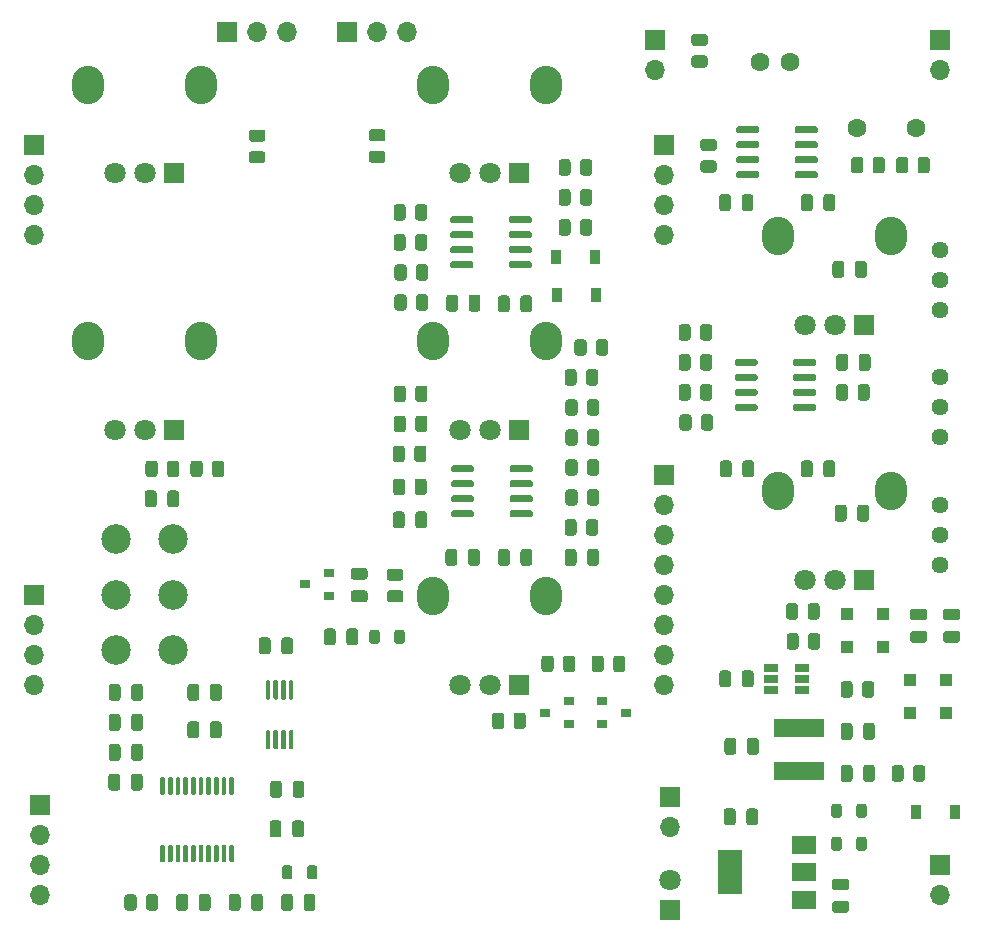
<source format=gts>
G04 #@! TF.GenerationSoftware,KiCad,Pcbnew,5.1.10-88a1d61d58~90~ubuntu20.04.1*
G04 #@! TF.CreationDate,2021-07-20T14:54:31-04:00*
G04 #@! TF.ProjectId,whooshy_sound,77686f6f-7368-4795-9f73-6f756e642e6b,0.1*
G04 #@! TF.SameCoordinates,Original*
G04 #@! TF.FileFunction,Soldermask,Top*
G04 #@! TF.FilePolarity,Negative*
%FSLAX46Y46*%
G04 Gerber Fmt 4.6, Leading zero omitted, Abs format (unit mm)*
G04 Created by KiCad (PCBNEW 5.1.10-88a1d61d58~90~ubuntu20.04.1) date 2021-07-20 14:54:31*
%MOMM*%
%LPD*%
G01*
G04 APERTURE LIST*
%ADD10C,1.800000*%
%ADD11R,1.800000X1.800000*%
%ADD12R,0.900000X0.800000*%
%ADD13O,1.700000X1.700000*%
%ADD14R,1.700000X1.700000*%
%ADD15R,4.200000X1.500000*%
%ADD16C,1.600000*%
%ADD17R,2.000000X1.500000*%
%ADD18R,2.000000X3.800000*%
%ADD19R,1.220000X0.650000*%
%ADD20C,2.500000*%
%ADD21O,2.720000X3.240000*%
%ADD22C,1.440000*%
%ADD23R,0.900000X1.200000*%
%ADD24R,1.100000X1.100000*%
G04 APERTURE END LIST*
G36*
G01*
X141600500Y-111702001D02*
X141600500Y-110801999D01*
G75*
G02*
X141850499Y-110552000I249999J0D01*
G01*
X142375501Y-110552000D01*
G75*
G02*
X142625500Y-110801999I0J-249999D01*
G01*
X142625500Y-111702001D01*
G75*
G02*
X142375501Y-111952000I-249999J0D01*
G01*
X141850499Y-111952000D01*
G75*
G02*
X141600500Y-111702001I0J249999D01*
G01*
G37*
G36*
G01*
X139775500Y-111702001D02*
X139775500Y-110801999D01*
G75*
G02*
X140025499Y-110552000I249999J0D01*
G01*
X140550501Y-110552000D01*
G75*
G02*
X140800500Y-110801999I0J-249999D01*
G01*
X140800500Y-111702001D01*
G75*
G02*
X140550501Y-111952000I-249999J0D01*
G01*
X140025499Y-111952000D01*
G75*
G02*
X139775500Y-111702001I0J249999D01*
G01*
G37*
G36*
G01*
X145410500Y-111702001D02*
X145410500Y-110801999D01*
G75*
G02*
X145660499Y-110552000I249999J0D01*
G01*
X146185501Y-110552000D01*
G75*
G02*
X146435500Y-110801999I0J-249999D01*
G01*
X146435500Y-111702001D01*
G75*
G02*
X146185501Y-111952000I-249999J0D01*
G01*
X145660499Y-111952000D01*
G75*
G02*
X145410500Y-111702001I0J249999D01*
G01*
G37*
G36*
G01*
X143585500Y-111702001D02*
X143585500Y-110801999D01*
G75*
G02*
X143835499Y-110552000I249999J0D01*
G01*
X144360501Y-110552000D01*
G75*
G02*
X144610500Y-110801999I0J-249999D01*
G01*
X144610500Y-111702001D01*
G75*
G02*
X144360501Y-111952000I-249999J0D01*
G01*
X143835499Y-111952000D01*
G75*
G02*
X143585500Y-111702001I0J249999D01*
G01*
G37*
G36*
G01*
X140713000Y-113317000D02*
X140713000Y-114267000D01*
G75*
G02*
X140463000Y-114517000I-250000J0D01*
G01*
X139963000Y-114517000D01*
G75*
G02*
X139713000Y-114267000I0J250000D01*
G01*
X139713000Y-113317000D01*
G75*
G02*
X139963000Y-113067000I250000J0D01*
G01*
X140463000Y-113067000D01*
G75*
G02*
X140713000Y-113317000I0J-250000D01*
G01*
G37*
G36*
G01*
X142613000Y-113317000D02*
X142613000Y-114267000D01*
G75*
G02*
X142363000Y-114517000I-250000J0D01*
G01*
X141863000Y-114517000D01*
G75*
G02*
X141613000Y-114267000I0J250000D01*
G01*
X141613000Y-113317000D01*
G75*
G02*
X141863000Y-113067000I250000J0D01*
G01*
X142363000Y-113067000D01*
G75*
G02*
X142613000Y-113317000I0J-250000D01*
G01*
G37*
G36*
G01*
X191603500Y-105895000D02*
X191603500Y-106195000D01*
G75*
G02*
X191453500Y-106345000I-150000J0D01*
G01*
X189803500Y-106345000D01*
G75*
G02*
X189653500Y-106195000I0J150000D01*
G01*
X189653500Y-105895000D01*
G75*
G02*
X189803500Y-105745000I150000J0D01*
G01*
X191453500Y-105745000D01*
G75*
G02*
X191603500Y-105895000I0J-150000D01*
G01*
G37*
G36*
G01*
X191603500Y-104625000D02*
X191603500Y-104925000D01*
G75*
G02*
X191453500Y-105075000I-150000J0D01*
G01*
X189803500Y-105075000D01*
G75*
G02*
X189653500Y-104925000I0J150000D01*
G01*
X189653500Y-104625000D01*
G75*
G02*
X189803500Y-104475000I150000J0D01*
G01*
X191453500Y-104475000D01*
G75*
G02*
X191603500Y-104625000I0J-150000D01*
G01*
G37*
G36*
G01*
X191603500Y-103355000D02*
X191603500Y-103655000D01*
G75*
G02*
X191453500Y-103805000I-150000J0D01*
G01*
X189803500Y-103805000D01*
G75*
G02*
X189653500Y-103655000I0J150000D01*
G01*
X189653500Y-103355000D01*
G75*
G02*
X189803500Y-103205000I150000J0D01*
G01*
X191453500Y-103205000D01*
G75*
G02*
X191603500Y-103355000I0J-150000D01*
G01*
G37*
G36*
G01*
X191603500Y-102085000D02*
X191603500Y-102385000D01*
G75*
G02*
X191453500Y-102535000I-150000J0D01*
G01*
X189803500Y-102535000D01*
G75*
G02*
X189653500Y-102385000I0J150000D01*
G01*
X189653500Y-102085000D01*
G75*
G02*
X189803500Y-101935000I150000J0D01*
G01*
X191453500Y-101935000D01*
G75*
G02*
X191603500Y-102085000I0J-150000D01*
G01*
G37*
G36*
G01*
X196553500Y-102085000D02*
X196553500Y-102385000D01*
G75*
G02*
X196403500Y-102535000I-150000J0D01*
G01*
X194753500Y-102535000D01*
G75*
G02*
X194603500Y-102385000I0J150000D01*
G01*
X194603500Y-102085000D01*
G75*
G02*
X194753500Y-101935000I150000J0D01*
G01*
X196403500Y-101935000D01*
G75*
G02*
X196553500Y-102085000I0J-150000D01*
G01*
G37*
G36*
G01*
X196553500Y-103355000D02*
X196553500Y-103655000D01*
G75*
G02*
X196403500Y-103805000I-150000J0D01*
G01*
X194753500Y-103805000D01*
G75*
G02*
X194603500Y-103655000I0J150000D01*
G01*
X194603500Y-103355000D01*
G75*
G02*
X194753500Y-103205000I150000J0D01*
G01*
X196403500Y-103205000D01*
G75*
G02*
X196553500Y-103355000I0J-150000D01*
G01*
G37*
G36*
G01*
X196553500Y-104625000D02*
X196553500Y-104925000D01*
G75*
G02*
X196403500Y-105075000I-150000J0D01*
G01*
X194753500Y-105075000D01*
G75*
G02*
X194603500Y-104925000I0J150000D01*
G01*
X194603500Y-104625000D01*
G75*
G02*
X194753500Y-104475000I150000J0D01*
G01*
X196403500Y-104475000D01*
G75*
G02*
X196553500Y-104625000I0J-150000D01*
G01*
G37*
G36*
G01*
X196553500Y-105895000D02*
X196553500Y-106195000D01*
G75*
G02*
X196403500Y-106345000I-150000J0D01*
G01*
X194753500Y-106345000D01*
G75*
G02*
X194603500Y-106195000I0J150000D01*
G01*
X194603500Y-105895000D01*
G75*
G02*
X194753500Y-105745000I150000J0D01*
G01*
X196403500Y-105745000D01*
G75*
G02*
X196553500Y-105895000I0J-150000D01*
G01*
G37*
G36*
G01*
X167537000Y-93830000D02*
X167537000Y-94130000D01*
G75*
G02*
X167387000Y-94280000I-150000J0D01*
G01*
X165737000Y-94280000D01*
G75*
G02*
X165587000Y-94130000I0J150000D01*
G01*
X165587000Y-93830000D01*
G75*
G02*
X165737000Y-93680000I150000J0D01*
G01*
X167387000Y-93680000D01*
G75*
G02*
X167537000Y-93830000I0J-150000D01*
G01*
G37*
G36*
G01*
X167537000Y-92560000D02*
X167537000Y-92860000D01*
G75*
G02*
X167387000Y-93010000I-150000J0D01*
G01*
X165737000Y-93010000D01*
G75*
G02*
X165587000Y-92860000I0J150000D01*
G01*
X165587000Y-92560000D01*
G75*
G02*
X165737000Y-92410000I150000J0D01*
G01*
X167387000Y-92410000D01*
G75*
G02*
X167537000Y-92560000I0J-150000D01*
G01*
G37*
G36*
G01*
X167537000Y-91290000D02*
X167537000Y-91590000D01*
G75*
G02*
X167387000Y-91740000I-150000J0D01*
G01*
X165737000Y-91740000D01*
G75*
G02*
X165587000Y-91590000I0J150000D01*
G01*
X165587000Y-91290000D01*
G75*
G02*
X165737000Y-91140000I150000J0D01*
G01*
X167387000Y-91140000D01*
G75*
G02*
X167537000Y-91290000I0J-150000D01*
G01*
G37*
G36*
G01*
X167537000Y-90020000D02*
X167537000Y-90320000D01*
G75*
G02*
X167387000Y-90470000I-150000J0D01*
G01*
X165737000Y-90470000D01*
G75*
G02*
X165587000Y-90320000I0J150000D01*
G01*
X165587000Y-90020000D01*
G75*
G02*
X165737000Y-89870000I150000J0D01*
G01*
X167387000Y-89870000D01*
G75*
G02*
X167537000Y-90020000I0J-150000D01*
G01*
G37*
G36*
G01*
X172487000Y-90020000D02*
X172487000Y-90320000D01*
G75*
G02*
X172337000Y-90470000I-150000J0D01*
G01*
X170687000Y-90470000D01*
G75*
G02*
X170537000Y-90320000I0J150000D01*
G01*
X170537000Y-90020000D01*
G75*
G02*
X170687000Y-89870000I150000J0D01*
G01*
X172337000Y-89870000D01*
G75*
G02*
X172487000Y-90020000I0J-150000D01*
G01*
G37*
G36*
G01*
X172487000Y-91290000D02*
X172487000Y-91590000D01*
G75*
G02*
X172337000Y-91740000I-150000J0D01*
G01*
X170687000Y-91740000D01*
G75*
G02*
X170537000Y-91590000I0J150000D01*
G01*
X170537000Y-91290000D01*
G75*
G02*
X170687000Y-91140000I150000J0D01*
G01*
X172337000Y-91140000D01*
G75*
G02*
X172487000Y-91290000I0J-150000D01*
G01*
G37*
G36*
G01*
X172487000Y-92560000D02*
X172487000Y-92860000D01*
G75*
G02*
X172337000Y-93010000I-150000J0D01*
G01*
X170687000Y-93010000D01*
G75*
G02*
X170537000Y-92860000I0J150000D01*
G01*
X170537000Y-92560000D01*
G75*
G02*
X170687000Y-92410000I150000J0D01*
G01*
X172337000Y-92410000D01*
G75*
G02*
X172487000Y-92560000I0J-150000D01*
G01*
G37*
G36*
G01*
X172487000Y-93830000D02*
X172487000Y-94130000D01*
G75*
G02*
X172337000Y-94280000I-150000J0D01*
G01*
X170687000Y-94280000D01*
G75*
G02*
X170537000Y-94130000I0J150000D01*
G01*
X170537000Y-93830000D01*
G75*
G02*
X170687000Y-93680000I150000J0D01*
G01*
X172337000Y-93680000D01*
G75*
G02*
X172487000Y-93830000I0J-150000D01*
G01*
G37*
G36*
G01*
X167600500Y-114912000D02*
X167600500Y-115212000D01*
G75*
G02*
X167450500Y-115362000I-150000J0D01*
G01*
X165800500Y-115362000D01*
G75*
G02*
X165650500Y-115212000I0J150000D01*
G01*
X165650500Y-114912000D01*
G75*
G02*
X165800500Y-114762000I150000J0D01*
G01*
X167450500Y-114762000D01*
G75*
G02*
X167600500Y-114912000I0J-150000D01*
G01*
G37*
G36*
G01*
X167600500Y-113642000D02*
X167600500Y-113942000D01*
G75*
G02*
X167450500Y-114092000I-150000J0D01*
G01*
X165800500Y-114092000D01*
G75*
G02*
X165650500Y-113942000I0J150000D01*
G01*
X165650500Y-113642000D01*
G75*
G02*
X165800500Y-113492000I150000J0D01*
G01*
X167450500Y-113492000D01*
G75*
G02*
X167600500Y-113642000I0J-150000D01*
G01*
G37*
G36*
G01*
X167600500Y-112372000D02*
X167600500Y-112672000D01*
G75*
G02*
X167450500Y-112822000I-150000J0D01*
G01*
X165800500Y-112822000D01*
G75*
G02*
X165650500Y-112672000I0J150000D01*
G01*
X165650500Y-112372000D01*
G75*
G02*
X165800500Y-112222000I150000J0D01*
G01*
X167450500Y-112222000D01*
G75*
G02*
X167600500Y-112372000I0J-150000D01*
G01*
G37*
G36*
G01*
X167600500Y-111102000D02*
X167600500Y-111402000D01*
G75*
G02*
X167450500Y-111552000I-150000J0D01*
G01*
X165800500Y-111552000D01*
G75*
G02*
X165650500Y-111402000I0J150000D01*
G01*
X165650500Y-111102000D01*
G75*
G02*
X165800500Y-110952000I150000J0D01*
G01*
X167450500Y-110952000D01*
G75*
G02*
X167600500Y-111102000I0J-150000D01*
G01*
G37*
G36*
G01*
X172550500Y-111102000D02*
X172550500Y-111402000D01*
G75*
G02*
X172400500Y-111552000I-150000J0D01*
G01*
X170750500Y-111552000D01*
G75*
G02*
X170600500Y-111402000I0J150000D01*
G01*
X170600500Y-111102000D01*
G75*
G02*
X170750500Y-110952000I150000J0D01*
G01*
X172400500Y-110952000D01*
G75*
G02*
X172550500Y-111102000I0J-150000D01*
G01*
G37*
G36*
G01*
X172550500Y-112372000D02*
X172550500Y-112672000D01*
G75*
G02*
X172400500Y-112822000I-150000J0D01*
G01*
X170750500Y-112822000D01*
G75*
G02*
X170600500Y-112672000I0J150000D01*
G01*
X170600500Y-112372000D01*
G75*
G02*
X170750500Y-112222000I150000J0D01*
G01*
X172400500Y-112222000D01*
G75*
G02*
X172550500Y-112372000I0J-150000D01*
G01*
G37*
G36*
G01*
X172550500Y-113642000D02*
X172550500Y-113942000D01*
G75*
G02*
X172400500Y-114092000I-150000J0D01*
G01*
X170750500Y-114092000D01*
G75*
G02*
X170600500Y-113942000I0J150000D01*
G01*
X170600500Y-113642000D01*
G75*
G02*
X170750500Y-113492000I150000J0D01*
G01*
X172400500Y-113492000D01*
G75*
G02*
X172550500Y-113642000I0J-150000D01*
G01*
G37*
G36*
G01*
X172550500Y-114912000D02*
X172550500Y-115212000D01*
G75*
G02*
X172400500Y-115362000I-150000J0D01*
G01*
X170750500Y-115362000D01*
G75*
G02*
X170600500Y-115212000I0J150000D01*
G01*
X170600500Y-114912000D01*
G75*
G02*
X170750500Y-114762000I150000J0D01*
G01*
X172400500Y-114762000D01*
G75*
G02*
X172550500Y-114912000I0J-150000D01*
G01*
G37*
G36*
G01*
X179366500Y-128212002D02*
X179366500Y-127311998D01*
G75*
G02*
X179616498Y-127062000I249998J0D01*
G01*
X180141502Y-127062000D01*
G75*
G02*
X180391500Y-127311998I0J-249998D01*
G01*
X180391500Y-128212002D01*
G75*
G02*
X180141502Y-128462000I-249998J0D01*
G01*
X179616498Y-128462000D01*
G75*
G02*
X179366500Y-128212002I0J249998D01*
G01*
G37*
G36*
G01*
X177541500Y-128212002D02*
X177541500Y-127311998D01*
G75*
G02*
X177791498Y-127062000I249998J0D01*
G01*
X178316502Y-127062000D01*
G75*
G02*
X178566500Y-127311998I0J-249998D01*
G01*
X178566500Y-128212002D01*
G75*
G02*
X178316502Y-128462000I-249998J0D01*
G01*
X177791498Y-128462000D01*
G75*
G02*
X177541500Y-128212002I0J249998D01*
G01*
G37*
D10*
X184150000Y-146050000D03*
D11*
X184150000Y-148590000D03*
G36*
G01*
X175128500Y-128212002D02*
X175128500Y-127311998D01*
G75*
G02*
X175378498Y-127062000I249998J0D01*
G01*
X175903502Y-127062000D01*
G75*
G02*
X176153500Y-127311998I0J-249998D01*
G01*
X176153500Y-128212002D01*
G75*
G02*
X175903502Y-128462000I-249998J0D01*
G01*
X175378498Y-128462000D01*
G75*
G02*
X175128500Y-128212002I0J249998D01*
G01*
G37*
G36*
G01*
X173303500Y-128212002D02*
X173303500Y-127311998D01*
G75*
G02*
X173553498Y-127062000I249998J0D01*
G01*
X174078502Y-127062000D01*
G75*
G02*
X174328500Y-127311998I0J-249998D01*
G01*
X174328500Y-128212002D01*
G75*
G02*
X174078502Y-128462000I-249998J0D01*
G01*
X173553498Y-128462000D01*
G75*
G02*
X173303500Y-128212002I0J249998D01*
G01*
G37*
G36*
G01*
X170137500Y-132137998D02*
X170137500Y-133038002D01*
G75*
G02*
X169887502Y-133288000I-249998J0D01*
G01*
X169362498Y-133288000D01*
G75*
G02*
X169112500Y-133038002I0J249998D01*
G01*
X169112500Y-132137998D01*
G75*
G02*
X169362498Y-131888000I249998J0D01*
G01*
X169887502Y-131888000D01*
G75*
G02*
X170137500Y-132137998I0J-249998D01*
G01*
G37*
G36*
G01*
X171962500Y-132137998D02*
X171962500Y-133038002D01*
G75*
G02*
X171712502Y-133288000I-249998J0D01*
G01*
X171187498Y-133288000D01*
G75*
G02*
X170937500Y-133038002I0J249998D01*
G01*
X170937500Y-132137998D01*
G75*
G02*
X171187498Y-131888000I249998J0D01*
G01*
X171712502Y-131888000D01*
G75*
G02*
X171962500Y-132137998I0J-249998D01*
G01*
G37*
D12*
X173641000Y-131887000D03*
X175641000Y-130937000D03*
X175641000Y-132837000D03*
X180435000Y-131887000D03*
X178435000Y-132837000D03*
X178435000Y-130937000D03*
D13*
X184150000Y-141605000D03*
D14*
X184150000Y-139065000D03*
D15*
X195072000Y-133201000D03*
X195072000Y-136801000D03*
D16*
X194310000Y-76835000D03*
X191810000Y-76835000D03*
D13*
X130810000Y-147320000D03*
X130810000Y-144780000D03*
X130810000Y-142240000D03*
D14*
X130810000Y-139700000D03*
G36*
G01*
X150255000Y-130780000D02*
X150055000Y-130780000D01*
G75*
G02*
X149955000Y-130680000I0J100000D01*
G01*
X149955000Y-129255000D01*
G75*
G02*
X150055000Y-129155000I100000J0D01*
G01*
X150255000Y-129155000D01*
G75*
G02*
X150355000Y-129255000I0J-100000D01*
G01*
X150355000Y-130680000D01*
G75*
G02*
X150255000Y-130780000I-100000J0D01*
G01*
G37*
G36*
G01*
X150905000Y-130780000D02*
X150705000Y-130780000D01*
G75*
G02*
X150605000Y-130680000I0J100000D01*
G01*
X150605000Y-129255000D01*
G75*
G02*
X150705000Y-129155000I100000J0D01*
G01*
X150905000Y-129155000D01*
G75*
G02*
X151005000Y-129255000I0J-100000D01*
G01*
X151005000Y-130680000D01*
G75*
G02*
X150905000Y-130780000I-100000J0D01*
G01*
G37*
G36*
G01*
X151555000Y-130780000D02*
X151355000Y-130780000D01*
G75*
G02*
X151255000Y-130680000I0J100000D01*
G01*
X151255000Y-129255000D01*
G75*
G02*
X151355000Y-129155000I100000J0D01*
G01*
X151555000Y-129155000D01*
G75*
G02*
X151655000Y-129255000I0J-100000D01*
G01*
X151655000Y-130680000D01*
G75*
G02*
X151555000Y-130780000I-100000J0D01*
G01*
G37*
G36*
G01*
X152205000Y-130780000D02*
X152005000Y-130780000D01*
G75*
G02*
X151905000Y-130680000I0J100000D01*
G01*
X151905000Y-129255000D01*
G75*
G02*
X152005000Y-129155000I100000J0D01*
G01*
X152205000Y-129155000D01*
G75*
G02*
X152305000Y-129255000I0J-100000D01*
G01*
X152305000Y-130680000D01*
G75*
G02*
X152205000Y-130780000I-100000J0D01*
G01*
G37*
G36*
G01*
X152205000Y-135005000D02*
X152005000Y-135005000D01*
G75*
G02*
X151905000Y-134905000I0J100000D01*
G01*
X151905000Y-133480000D01*
G75*
G02*
X152005000Y-133380000I100000J0D01*
G01*
X152205000Y-133380000D01*
G75*
G02*
X152305000Y-133480000I0J-100000D01*
G01*
X152305000Y-134905000D01*
G75*
G02*
X152205000Y-135005000I-100000J0D01*
G01*
G37*
G36*
G01*
X151555000Y-135005000D02*
X151355000Y-135005000D01*
G75*
G02*
X151255000Y-134905000I0J100000D01*
G01*
X151255000Y-133480000D01*
G75*
G02*
X151355000Y-133380000I100000J0D01*
G01*
X151555000Y-133380000D01*
G75*
G02*
X151655000Y-133480000I0J-100000D01*
G01*
X151655000Y-134905000D01*
G75*
G02*
X151555000Y-135005000I-100000J0D01*
G01*
G37*
G36*
G01*
X150905000Y-135005000D02*
X150705000Y-135005000D01*
G75*
G02*
X150605000Y-134905000I0J100000D01*
G01*
X150605000Y-133480000D01*
G75*
G02*
X150705000Y-133380000I100000J0D01*
G01*
X150905000Y-133380000D01*
G75*
G02*
X151005000Y-133480000I0J-100000D01*
G01*
X151005000Y-134905000D01*
G75*
G02*
X150905000Y-135005000I-100000J0D01*
G01*
G37*
G36*
G01*
X150255000Y-135005000D02*
X150055000Y-135005000D01*
G75*
G02*
X149955000Y-134905000I0J100000D01*
G01*
X149955000Y-133480000D01*
G75*
G02*
X150055000Y-133380000I100000J0D01*
G01*
X150255000Y-133380000D01*
G75*
G02*
X150355000Y-133480000I0J-100000D01*
G01*
X150355000Y-134905000D01*
G75*
G02*
X150255000Y-135005000I-100000J0D01*
G01*
G37*
G36*
G01*
X141320000Y-138845000D02*
X141120000Y-138845000D01*
G75*
G02*
X141020000Y-138745000I0J100000D01*
G01*
X141020000Y-137470000D01*
G75*
G02*
X141120000Y-137370000I100000J0D01*
G01*
X141320000Y-137370000D01*
G75*
G02*
X141420000Y-137470000I0J-100000D01*
G01*
X141420000Y-138745000D01*
G75*
G02*
X141320000Y-138845000I-100000J0D01*
G01*
G37*
G36*
G01*
X141970000Y-138845000D02*
X141770000Y-138845000D01*
G75*
G02*
X141670000Y-138745000I0J100000D01*
G01*
X141670000Y-137470000D01*
G75*
G02*
X141770000Y-137370000I100000J0D01*
G01*
X141970000Y-137370000D01*
G75*
G02*
X142070000Y-137470000I0J-100000D01*
G01*
X142070000Y-138745000D01*
G75*
G02*
X141970000Y-138845000I-100000J0D01*
G01*
G37*
G36*
G01*
X142620000Y-138845000D02*
X142420000Y-138845000D01*
G75*
G02*
X142320000Y-138745000I0J100000D01*
G01*
X142320000Y-137470000D01*
G75*
G02*
X142420000Y-137370000I100000J0D01*
G01*
X142620000Y-137370000D01*
G75*
G02*
X142720000Y-137470000I0J-100000D01*
G01*
X142720000Y-138745000D01*
G75*
G02*
X142620000Y-138845000I-100000J0D01*
G01*
G37*
G36*
G01*
X143270000Y-138845000D02*
X143070000Y-138845000D01*
G75*
G02*
X142970000Y-138745000I0J100000D01*
G01*
X142970000Y-137470000D01*
G75*
G02*
X143070000Y-137370000I100000J0D01*
G01*
X143270000Y-137370000D01*
G75*
G02*
X143370000Y-137470000I0J-100000D01*
G01*
X143370000Y-138745000D01*
G75*
G02*
X143270000Y-138845000I-100000J0D01*
G01*
G37*
G36*
G01*
X143920000Y-138845000D02*
X143720000Y-138845000D01*
G75*
G02*
X143620000Y-138745000I0J100000D01*
G01*
X143620000Y-137470000D01*
G75*
G02*
X143720000Y-137370000I100000J0D01*
G01*
X143920000Y-137370000D01*
G75*
G02*
X144020000Y-137470000I0J-100000D01*
G01*
X144020000Y-138745000D01*
G75*
G02*
X143920000Y-138845000I-100000J0D01*
G01*
G37*
G36*
G01*
X144570000Y-138845000D02*
X144370000Y-138845000D01*
G75*
G02*
X144270000Y-138745000I0J100000D01*
G01*
X144270000Y-137470000D01*
G75*
G02*
X144370000Y-137370000I100000J0D01*
G01*
X144570000Y-137370000D01*
G75*
G02*
X144670000Y-137470000I0J-100000D01*
G01*
X144670000Y-138745000D01*
G75*
G02*
X144570000Y-138845000I-100000J0D01*
G01*
G37*
G36*
G01*
X145220000Y-138845000D02*
X145020000Y-138845000D01*
G75*
G02*
X144920000Y-138745000I0J100000D01*
G01*
X144920000Y-137470000D01*
G75*
G02*
X145020000Y-137370000I100000J0D01*
G01*
X145220000Y-137370000D01*
G75*
G02*
X145320000Y-137470000I0J-100000D01*
G01*
X145320000Y-138745000D01*
G75*
G02*
X145220000Y-138845000I-100000J0D01*
G01*
G37*
G36*
G01*
X145870000Y-138845000D02*
X145670000Y-138845000D01*
G75*
G02*
X145570000Y-138745000I0J100000D01*
G01*
X145570000Y-137470000D01*
G75*
G02*
X145670000Y-137370000I100000J0D01*
G01*
X145870000Y-137370000D01*
G75*
G02*
X145970000Y-137470000I0J-100000D01*
G01*
X145970000Y-138745000D01*
G75*
G02*
X145870000Y-138845000I-100000J0D01*
G01*
G37*
G36*
G01*
X146520000Y-138845000D02*
X146320000Y-138845000D01*
G75*
G02*
X146220000Y-138745000I0J100000D01*
G01*
X146220000Y-137470000D01*
G75*
G02*
X146320000Y-137370000I100000J0D01*
G01*
X146520000Y-137370000D01*
G75*
G02*
X146620000Y-137470000I0J-100000D01*
G01*
X146620000Y-138745000D01*
G75*
G02*
X146520000Y-138845000I-100000J0D01*
G01*
G37*
G36*
G01*
X147170000Y-138845000D02*
X146970000Y-138845000D01*
G75*
G02*
X146870000Y-138745000I0J100000D01*
G01*
X146870000Y-137470000D01*
G75*
G02*
X146970000Y-137370000I100000J0D01*
G01*
X147170000Y-137370000D01*
G75*
G02*
X147270000Y-137470000I0J-100000D01*
G01*
X147270000Y-138745000D01*
G75*
G02*
X147170000Y-138845000I-100000J0D01*
G01*
G37*
G36*
G01*
X147170000Y-144570000D02*
X146970000Y-144570000D01*
G75*
G02*
X146870000Y-144470000I0J100000D01*
G01*
X146870000Y-143195000D01*
G75*
G02*
X146970000Y-143095000I100000J0D01*
G01*
X147170000Y-143095000D01*
G75*
G02*
X147270000Y-143195000I0J-100000D01*
G01*
X147270000Y-144470000D01*
G75*
G02*
X147170000Y-144570000I-100000J0D01*
G01*
G37*
G36*
G01*
X146520000Y-144570000D02*
X146320000Y-144570000D01*
G75*
G02*
X146220000Y-144470000I0J100000D01*
G01*
X146220000Y-143195000D01*
G75*
G02*
X146320000Y-143095000I100000J0D01*
G01*
X146520000Y-143095000D01*
G75*
G02*
X146620000Y-143195000I0J-100000D01*
G01*
X146620000Y-144470000D01*
G75*
G02*
X146520000Y-144570000I-100000J0D01*
G01*
G37*
G36*
G01*
X145870000Y-144570000D02*
X145670000Y-144570000D01*
G75*
G02*
X145570000Y-144470000I0J100000D01*
G01*
X145570000Y-143195000D01*
G75*
G02*
X145670000Y-143095000I100000J0D01*
G01*
X145870000Y-143095000D01*
G75*
G02*
X145970000Y-143195000I0J-100000D01*
G01*
X145970000Y-144470000D01*
G75*
G02*
X145870000Y-144570000I-100000J0D01*
G01*
G37*
G36*
G01*
X145220000Y-144570000D02*
X145020000Y-144570000D01*
G75*
G02*
X144920000Y-144470000I0J100000D01*
G01*
X144920000Y-143195000D01*
G75*
G02*
X145020000Y-143095000I100000J0D01*
G01*
X145220000Y-143095000D01*
G75*
G02*
X145320000Y-143195000I0J-100000D01*
G01*
X145320000Y-144470000D01*
G75*
G02*
X145220000Y-144570000I-100000J0D01*
G01*
G37*
G36*
G01*
X144570000Y-144570000D02*
X144370000Y-144570000D01*
G75*
G02*
X144270000Y-144470000I0J100000D01*
G01*
X144270000Y-143195000D01*
G75*
G02*
X144370000Y-143095000I100000J0D01*
G01*
X144570000Y-143095000D01*
G75*
G02*
X144670000Y-143195000I0J-100000D01*
G01*
X144670000Y-144470000D01*
G75*
G02*
X144570000Y-144570000I-100000J0D01*
G01*
G37*
G36*
G01*
X143920000Y-144570000D02*
X143720000Y-144570000D01*
G75*
G02*
X143620000Y-144470000I0J100000D01*
G01*
X143620000Y-143195000D01*
G75*
G02*
X143720000Y-143095000I100000J0D01*
G01*
X143920000Y-143095000D01*
G75*
G02*
X144020000Y-143195000I0J-100000D01*
G01*
X144020000Y-144470000D01*
G75*
G02*
X143920000Y-144570000I-100000J0D01*
G01*
G37*
G36*
G01*
X143270000Y-144570000D02*
X143070000Y-144570000D01*
G75*
G02*
X142970000Y-144470000I0J100000D01*
G01*
X142970000Y-143195000D01*
G75*
G02*
X143070000Y-143095000I100000J0D01*
G01*
X143270000Y-143095000D01*
G75*
G02*
X143370000Y-143195000I0J-100000D01*
G01*
X143370000Y-144470000D01*
G75*
G02*
X143270000Y-144570000I-100000J0D01*
G01*
G37*
G36*
G01*
X142620000Y-144570000D02*
X142420000Y-144570000D01*
G75*
G02*
X142320000Y-144470000I0J100000D01*
G01*
X142320000Y-143195000D01*
G75*
G02*
X142420000Y-143095000I100000J0D01*
G01*
X142620000Y-143095000D01*
G75*
G02*
X142720000Y-143195000I0J-100000D01*
G01*
X142720000Y-144470000D01*
G75*
G02*
X142620000Y-144570000I-100000J0D01*
G01*
G37*
G36*
G01*
X141970000Y-144570000D02*
X141770000Y-144570000D01*
G75*
G02*
X141670000Y-144470000I0J100000D01*
G01*
X141670000Y-143195000D01*
G75*
G02*
X141770000Y-143095000I100000J0D01*
G01*
X141970000Y-143095000D01*
G75*
G02*
X142070000Y-143195000I0J-100000D01*
G01*
X142070000Y-144470000D01*
G75*
G02*
X141970000Y-144570000I-100000J0D01*
G01*
G37*
G36*
G01*
X141320000Y-144570000D02*
X141120000Y-144570000D01*
G75*
G02*
X141020000Y-144470000I0J100000D01*
G01*
X141020000Y-143195000D01*
G75*
G02*
X141120000Y-143095000I100000J0D01*
G01*
X141320000Y-143095000D01*
G75*
G02*
X141420000Y-143195000I0J-100000D01*
G01*
X141420000Y-144470000D01*
G75*
G02*
X141320000Y-144570000I-100000J0D01*
G01*
G37*
D17*
X195555000Y-147715000D03*
X195555000Y-143115000D03*
X195555000Y-145415000D03*
D18*
X189255000Y-145415000D03*
D19*
X192706000Y-129982000D03*
X192706000Y-129032000D03*
X192706000Y-128082000D03*
X195326000Y-128082000D03*
X195326000Y-129032000D03*
X195326000Y-129982000D03*
D12*
X153305000Y-121031000D03*
X155305000Y-120081000D03*
X155305000Y-121981000D03*
G36*
G01*
X191732000Y-86210000D02*
X191732000Y-86510000D01*
G75*
G02*
X191582000Y-86660000I-150000J0D01*
G01*
X189932000Y-86660000D01*
G75*
G02*
X189782000Y-86510000I0J150000D01*
G01*
X189782000Y-86210000D01*
G75*
G02*
X189932000Y-86060000I150000J0D01*
G01*
X191582000Y-86060000D01*
G75*
G02*
X191732000Y-86210000I0J-150000D01*
G01*
G37*
G36*
G01*
X191732000Y-84940000D02*
X191732000Y-85240000D01*
G75*
G02*
X191582000Y-85390000I-150000J0D01*
G01*
X189932000Y-85390000D01*
G75*
G02*
X189782000Y-85240000I0J150000D01*
G01*
X189782000Y-84940000D01*
G75*
G02*
X189932000Y-84790000I150000J0D01*
G01*
X191582000Y-84790000D01*
G75*
G02*
X191732000Y-84940000I0J-150000D01*
G01*
G37*
G36*
G01*
X191732000Y-83670000D02*
X191732000Y-83970000D01*
G75*
G02*
X191582000Y-84120000I-150000J0D01*
G01*
X189932000Y-84120000D01*
G75*
G02*
X189782000Y-83970000I0J150000D01*
G01*
X189782000Y-83670000D01*
G75*
G02*
X189932000Y-83520000I150000J0D01*
G01*
X191582000Y-83520000D01*
G75*
G02*
X191732000Y-83670000I0J-150000D01*
G01*
G37*
G36*
G01*
X191732000Y-82400000D02*
X191732000Y-82700000D01*
G75*
G02*
X191582000Y-82850000I-150000J0D01*
G01*
X189932000Y-82850000D01*
G75*
G02*
X189782000Y-82700000I0J150000D01*
G01*
X189782000Y-82400000D01*
G75*
G02*
X189932000Y-82250000I150000J0D01*
G01*
X191582000Y-82250000D01*
G75*
G02*
X191732000Y-82400000I0J-150000D01*
G01*
G37*
G36*
G01*
X196682000Y-82400000D02*
X196682000Y-82700000D01*
G75*
G02*
X196532000Y-82850000I-150000J0D01*
G01*
X194882000Y-82850000D01*
G75*
G02*
X194732000Y-82700000I0J150000D01*
G01*
X194732000Y-82400000D01*
G75*
G02*
X194882000Y-82250000I150000J0D01*
G01*
X196532000Y-82250000D01*
G75*
G02*
X196682000Y-82400000I0J-150000D01*
G01*
G37*
G36*
G01*
X196682000Y-83670000D02*
X196682000Y-83970000D01*
G75*
G02*
X196532000Y-84120000I-150000J0D01*
G01*
X194882000Y-84120000D01*
G75*
G02*
X194732000Y-83970000I0J150000D01*
G01*
X194732000Y-83670000D01*
G75*
G02*
X194882000Y-83520000I150000J0D01*
G01*
X196532000Y-83520000D01*
G75*
G02*
X196682000Y-83670000I0J-150000D01*
G01*
G37*
G36*
G01*
X196682000Y-84940000D02*
X196682000Y-85240000D01*
G75*
G02*
X196532000Y-85390000I-150000J0D01*
G01*
X194882000Y-85390000D01*
G75*
G02*
X194732000Y-85240000I0J150000D01*
G01*
X194732000Y-84940000D01*
G75*
G02*
X194882000Y-84790000I150000J0D01*
G01*
X196532000Y-84790000D01*
G75*
G02*
X196682000Y-84940000I0J-150000D01*
G01*
G37*
G36*
G01*
X196682000Y-86210000D02*
X196682000Y-86510000D01*
G75*
G02*
X196532000Y-86660000I-150000J0D01*
G01*
X194882000Y-86660000D01*
G75*
G02*
X194732000Y-86510000I0J150000D01*
G01*
X194732000Y-86210000D01*
G75*
G02*
X194882000Y-86060000I150000J0D01*
G01*
X196532000Y-86060000D01*
G75*
G02*
X196682000Y-86210000I0J-150000D01*
G01*
G37*
D20*
X142115000Y-117220000D03*
X142115000Y-121920000D03*
X142115000Y-126620000D03*
X137285000Y-117220000D03*
X137285000Y-121920000D03*
X137285000Y-126620000D03*
D21*
X173710000Y-122040000D03*
X164110000Y-122040000D03*
D10*
X166410000Y-129540000D03*
X168910000Y-129540000D03*
D11*
X171410000Y-129540000D03*
D21*
X173710000Y-100450000D03*
X164110000Y-100450000D03*
D10*
X166410000Y-107950000D03*
X168910000Y-107950000D03*
D11*
X171410000Y-107950000D03*
D21*
X173710000Y-78740000D03*
X164110000Y-78740000D03*
D10*
X166410000Y-86240000D03*
X168910000Y-86240000D03*
D11*
X171410000Y-86240000D03*
D21*
X144500000Y-100450000D03*
X134900000Y-100450000D03*
D10*
X137200000Y-107950000D03*
X139700000Y-107950000D03*
D11*
X142200000Y-107950000D03*
D22*
X207010000Y-119380000D03*
X207010000Y-116840000D03*
X207010000Y-114300000D03*
D21*
X144500000Y-78740000D03*
X134900000Y-78740000D03*
D10*
X137200000Y-86240000D03*
X139700000Y-86240000D03*
D11*
X142200000Y-86240000D03*
D21*
X202920000Y-91560000D03*
X193320000Y-91560000D03*
D10*
X195620000Y-99060000D03*
X198120000Y-99060000D03*
D11*
X200620000Y-99060000D03*
D22*
X207010000Y-97790000D03*
X207010000Y-95250000D03*
X207010000Y-92710000D03*
D21*
X202920000Y-113150000D03*
X193320000Y-113150000D03*
D10*
X195620000Y-120650000D03*
X198120000Y-120650000D03*
D11*
X200620000Y-120650000D03*
D22*
X207010000Y-108585000D03*
X207010000Y-106045000D03*
X207010000Y-103505000D03*
G36*
G01*
X139022500Y-147504998D02*
X139022500Y-148405002D01*
G75*
G02*
X138772502Y-148655000I-249998J0D01*
G01*
X138247498Y-148655000D01*
G75*
G02*
X137997500Y-148405002I0J249998D01*
G01*
X137997500Y-147504998D01*
G75*
G02*
X138247498Y-147255000I249998J0D01*
G01*
X138772502Y-147255000D01*
G75*
G02*
X139022500Y-147504998I0J-249998D01*
G01*
G37*
G36*
G01*
X140847500Y-147504998D02*
X140847500Y-148405002D01*
G75*
G02*
X140597502Y-148655000I-249998J0D01*
G01*
X140072498Y-148655000D01*
G75*
G02*
X139822500Y-148405002I0J249998D01*
G01*
X139822500Y-147504998D01*
G75*
G02*
X140072498Y-147255000I249998J0D01*
G01*
X140597502Y-147255000D01*
G75*
G02*
X140847500Y-147504998I0J-249998D01*
G01*
G37*
G36*
G01*
X186812500Y-107765002D02*
X186812500Y-106864998D01*
G75*
G02*
X187062498Y-106615000I249998J0D01*
G01*
X187587502Y-106615000D01*
G75*
G02*
X187837500Y-106864998I0J-249998D01*
G01*
X187837500Y-107765002D01*
G75*
G02*
X187587502Y-108015000I-249998J0D01*
G01*
X187062498Y-108015000D01*
G75*
G02*
X186812500Y-107765002I0J249998D01*
G01*
G37*
G36*
G01*
X184987500Y-107765002D02*
X184987500Y-106864998D01*
G75*
G02*
X185237498Y-106615000I249998J0D01*
G01*
X185762502Y-106615000D01*
G75*
G02*
X186012500Y-106864998I0J-249998D01*
G01*
X186012500Y-107765002D01*
G75*
G02*
X185762502Y-108015000I-249998J0D01*
G01*
X185237498Y-108015000D01*
G75*
G02*
X184987500Y-107765002I0J249998D01*
G01*
G37*
G36*
G01*
X185932500Y-101784998D02*
X185932500Y-102685002D01*
G75*
G02*
X185682502Y-102935000I-249998J0D01*
G01*
X185157498Y-102935000D01*
G75*
G02*
X184907500Y-102685002I0J249998D01*
G01*
X184907500Y-101784998D01*
G75*
G02*
X185157498Y-101535000I249998J0D01*
G01*
X185682502Y-101535000D01*
G75*
G02*
X185932500Y-101784998I0J-249998D01*
G01*
G37*
G36*
G01*
X187757500Y-101784998D02*
X187757500Y-102685002D01*
G75*
G02*
X187507502Y-102935000I-249998J0D01*
G01*
X186982498Y-102935000D01*
G75*
G02*
X186732500Y-102685002I0J249998D01*
G01*
X186732500Y-101784998D01*
G75*
G02*
X186982498Y-101535000I249998J0D01*
G01*
X187507502Y-101535000D01*
G75*
G02*
X187757500Y-101784998I0J-249998D01*
G01*
G37*
G36*
G01*
X185932500Y-99244998D02*
X185932500Y-100145002D01*
G75*
G02*
X185682502Y-100395000I-249998J0D01*
G01*
X185157498Y-100395000D01*
G75*
G02*
X184907500Y-100145002I0J249998D01*
G01*
X184907500Y-99244998D01*
G75*
G02*
X185157498Y-98995000I249998J0D01*
G01*
X185682502Y-98995000D01*
G75*
G02*
X185932500Y-99244998I0J-249998D01*
G01*
G37*
G36*
G01*
X187757500Y-99244998D02*
X187757500Y-100145002D01*
G75*
G02*
X187507502Y-100395000I-249998J0D01*
G01*
X186982498Y-100395000D01*
G75*
G02*
X186732500Y-100145002I0J249998D01*
G01*
X186732500Y-99244998D01*
G75*
G02*
X186982498Y-98995000I249998J0D01*
G01*
X187507502Y-98995000D01*
G75*
G02*
X187757500Y-99244998I0J-249998D01*
G01*
G37*
G36*
G01*
X185932500Y-104324998D02*
X185932500Y-105225002D01*
G75*
G02*
X185682502Y-105475000I-249998J0D01*
G01*
X185157498Y-105475000D01*
G75*
G02*
X184907500Y-105225002I0J249998D01*
G01*
X184907500Y-104324998D01*
G75*
G02*
X185157498Y-104075000I249998J0D01*
G01*
X185682502Y-104075000D01*
G75*
G02*
X185932500Y-104324998I0J-249998D01*
G01*
G37*
G36*
G01*
X187757500Y-104324998D02*
X187757500Y-105225002D01*
G75*
G02*
X187507502Y-105475000I-249998J0D01*
G01*
X186982498Y-105475000D01*
G75*
G02*
X186732500Y-105225002I0J249998D01*
G01*
X186732500Y-104324998D01*
G75*
G02*
X186982498Y-104075000I249998J0D01*
G01*
X187507502Y-104075000D01*
G75*
G02*
X187757500Y-104324998I0J-249998D01*
G01*
G37*
G36*
G01*
X199267500Y-104324998D02*
X199267500Y-105225002D01*
G75*
G02*
X199017502Y-105475000I-249998J0D01*
G01*
X198492498Y-105475000D01*
G75*
G02*
X198242500Y-105225002I0J249998D01*
G01*
X198242500Y-104324998D01*
G75*
G02*
X198492498Y-104075000I249998J0D01*
G01*
X199017502Y-104075000D01*
G75*
G02*
X199267500Y-104324998I0J-249998D01*
G01*
G37*
G36*
G01*
X201092500Y-104324998D02*
X201092500Y-105225002D01*
G75*
G02*
X200842502Y-105475000I-249998J0D01*
G01*
X200317498Y-105475000D01*
G75*
G02*
X200067500Y-105225002I0J249998D01*
G01*
X200067500Y-104324998D01*
G75*
G02*
X200317498Y-104075000I249998J0D01*
G01*
X200842502Y-104075000D01*
G75*
G02*
X201092500Y-104324998I0J-249998D01*
G01*
G37*
G36*
G01*
X161882500Y-96704998D02*
X161882500Y-97605002D01*
G75*
G02*
X161632502Y-97855000I-249998J0D01*
G01*
X161107498Y-97855000D01*
G75*
G02*
X160857500Y-97605002I0J249998D01*
G01*
X160857500Y-96704998D01*
G75*
G02*
X161107498Y-96455000I249998J0D01*
G01*
X161632502Y-96455000D01*
G75*
G02*
X161882500Y-96704998I0J-249998D01*
G01*
G37*
G36*
G01*
X163707500Y-96704998D02*
X163707500Y-97605002D01*
G75*
G02*
X163457502Y-97855000I-249998J0D01*
G01*
X162932498Y-97855000D01*
G75*
G02*
X162682500Y-97605002I0J249998D01*
G01*
X162682500Y-96704998D01*
G75*
G02*
X162932498Y-96455000I249998J0D01*
G01*
X163457502Y-96455000D01*
G75*
G02*
X163707500Y-96704998I0J-249998D01*
G01*
G37*
G36*
G01*
X162682500Y-95065002D02*
X162682500Y-94164998D01*
G75*
G02*
X162932498Y-93915000I249998J0D01*
G01*
X163457502Y-93915000D01*
G75*
G02*
X163707500Y-94164998I0J-249998D01*
G01*
X163707500Y-95065002D01*
G75*
G02*
X163457502Y-95315000I-249998J0D01*
G01*
X162932498Y-95315000D01*
G75*
G02*
X162682500Y-95065002I0J249998D01*
G01*
G37*
G36*
G01*
X160857500Y-95065002D02*
X160857500Y-94164998D01*
G75*
G02*
X161107498Y-93915000I249998J0D01*
G01*
X161632502Y-93915000D01*
G75*
G02*
X161882500Y-94164998I0J-249998D01*
G01*
X161882500Y-95065002D01*
G75*
G02*
X161632502Y-95315000I-249998J0D01*
G01*
X161107498Y-95315000D01*
G75*
G02*
X160857500Y-95065002I0J249998D01*
G01*
G37*
G36*
G01*
X162602500Y-89985002D02*
X162602500Y-89084998D01*
G75*
G02*
X162852498Y-88835000I249998J0D01*
G01*
X163377502Y-88835000D01*
G75*
G02*
X163627500Y-89084998I0J-249998D01*
G01*
X163627500Y-89985002D01*
G75*
G02*
X163377502Y-90235000I-249998J0D01*
G01*
X162852498Y-90235000D01*
G75*
G02*
X162602500Y-89985002I0J249998D01*
G01*
G37*
G36*
G01*
X160777500Y-89985002D02*
X160777500Y-89084998D01*
G75*
G02*
X161027498Y-88835000I249998J0D01*
G01*
X161552502Y-88835000D01*
G75*
G02*
X161802500Y-89084998I0J-249998D01*
G01*
X161802500Y-89985002D01*
G75*
G02*
X161552502Y-90235000I-249998J0D01*
G01*
X161027498Y-90235000D01*
G75*
G02*
X160777500Y-89985002I0J249998D01*
G01*
G37*
G36*
G01*
X161802500Y-91624998D02*
X161802500Y-92525002D01*
G75*
G02*
X161552502Y-92775000I-249998J0D01*
G01*
X161027498Y-92775000D01*
G75*
G02*
X160777500Y-92525002I0J249998D01*
G01*
X160777500Y-91624998D01*
G75*
G02*
X161027498Y-91375000I249998J0D01*
G01*
X161552502Y-91375000D01*
G75*
G02*
X161802500Y-91624998I0J-249998D01*
G01*
G37*
G36*
G01*
X163627500Y-91624998D02*
X163627500Y-92525002D01*
G75*
G02*
X163377502Y-92775000I-249998J0D01*
G01*
X162852498Y-92775000D01*
G75*
G02*
X162602500Y-92525002I0J249998D01*
G01*
X162602500Y-91624998D01*
G75*
G02*
X162852498Y-91375000I249998J0D01*
G01*
X163377502Y-91375000D01*
G75*
G02*
X163627500Y-91624998I0J-249998D01*
G01*
G37*
G36*
G01*
X175772500Y-90354998D02*
X175772500Y-91255002D01*
G75*
G02*
X175522502Y-91505000I-249998J0D01*
G01*
X174997498Y-91505000D01*
G75*
G02*
X174747500Y-91255002I0J249998D01*
G01*
X174747500Y-90354998D01*
G75*
G02*
X174997498Y-90105000I249998J0D01*
G01*
X175522502Y-90105000D01*
G75*
G02*
X175772500Y-90354998I0J-249998D01*
G01*
G37*
G36*
G01*
X177597500Y-90354998D02*
X177597500Y-91255002D01*
G75*
G02*
X177347502Y-91505000I-249998J0D01*
G01*
X176822498Y-91505000D01*
G75*
G02*
X176572500Y-91255002I0J249998D01*
G01*
X176572500Y-90354998D01*
G75*
G02*
X176822498Y-90105000I249998J0D01*
G01*
X177347502Y-90105000D01*
G75*
G02*
X177597500Y-90354998I0J-249998D01*
G01*
G37*
G36*
G01*
X175772500Y-87814998D02*
X175772500Y-88715002D01*
G75*
G02*
X175522502Y-88965000I-249998J0D01*
G01*
X174997498Y-88965000D01*
G75*
G02*
X174747500Y-88715002I0J249998D01*
G01*
X174747500Y-87814998D01*
G75*
G02*
X174997498Y-87565000I249998J0D01*
G01*
X175522502Y-87565000D01*
G75*
G02*
X175772500Y-87814998I0J-249998D01*
G01*
G37*
G36*
G01*
X177597500Y-87814998D02*
X177597500Y-88715002D01*
G75*
G02*
X177347502Y-88965000I-249998J0D01*
G01*
X176822498Y-88965000D01*
G75*
G02*
X176572500Y-88715002I0J249998D01*
G01*
X176572500Y-87814998D01*
G75*
G02*
X176822498Y-87565000I249998J0D01*
G01*
X177347502Y-87565000D01*
G75*
G02*
X177597500Y-87814998I0J-249998D01*
G01*
G37*
G36*
G01*
X176572500Y-86175002D02*
X176572500Y-85274998D01*
G75*
G02*
X176822498Y-85025000I249998J0D01*
G01*
X177347502Y-85025000D01*
G75*
G02*
X177597500Y-85274998I0J-249998D01*
G01*
X177597500Y-86175002D01*
G75*
G02*
X177347502Y-86425000I-249998J0D01*
G01*
X176822498Y-86425000D01*
G75*
G02*
X176572500Y-86175002I0J249998D01*
G01*
G37*
G36*
G01*
X174747500Y-86175002D02*
X174747500Y-85274998D01*
G75*
G02*
X174997498Y-85025000I249998J0D01*
G01*
X175522502Y-85025000D01*
G75*
G02*
X175772500Y-85274998I0J-249998D01*
G01*
X175772500Y-86175002D01*
G75*
G02*
X175522502Y-86425000I-249998J0D01*
G01*
X174997498Y-86425000D01*
G75*
G02*
X174747500Y-86175002I0J249998D01*
G01*
G37*
G36*
G01*
X176280500Y-115754998D02*
X176280500Y-116655002D01*
G75*
G02*
X176030502Y-116905000I-249998J0D01*
G01*
X175505498Y-116905000D01*
G75*
G02*
X175255500Y-116655002I0J249998D01*
G01*
X175255500Y-115754998D01*
G75*
G02*
X175505498Y-115505000I249998J0D01*
G01*
X176030502Y-115505000D01*
G75*
G02*
X176280500Y-115754998I0J-249998D01*
G01*
G37*
G36*
G01*
X178105500Y-115754998D02*
X178105500Y-116655002D01*
G75*
G02*
X177855502Y-116905000I-249998J0D01*
G01*
X177330498Y-116905000D01*
G75*
G02*
X177080500Y-116655002I0J249998D01*
G01*
X177080500Y-115754998D01*
G75*
G02*
X177330498Y-115505000I249998J0D01*
G01*
X177855502Y-115505000D01*
G75*
G02*
X178105500Y-115754998I0J-249998D01*
G01*
G37*
G36*
G01*
X176280500Y-103054998D02*
X176280500Y-103955002D01*
G75*
G02*
X176030502Y-104205000I-249998J0D01*
G01*
X175505498Y-104205000D01*
G75*
G02*
X175255500Y-103955002I0J249998D01*
G01*
X175255500Y-103054998D01*
G75*
G02*
X175505498Y-102805000I249998J0D01*
G01*
X176030502Y-102805000D01*
G75*
G02*
X176280500Y-103054998I0J-249998D01*
G01*
G37*
G36*
G01*
X178105500Y-103054998D02*
X178105500Y-103955002D01*
G75*
G02*
X177855502Y-104205000I-249998J0D01*
G01*
X177330498Y-104205000D01*
G75*
G02*
X177080500Y-103955002I0J249998D01*
G01*
X177080500Y-103054998D01*
G75*
G02*
X177330498Y-102805000I249998J0D01*
G01*
X177855502Y-102805000D01*
G75*
G02*
X178105500Y-103054998I0J-249998D01*
G01*
G37*
G36*
G01*
X177122500Y-100514998D02*
X177122500Y-101415002D01*
G75*
G02*
X176872502Y-101665000I-249998J0D01*
G01*
X176347498Y-101665000D01*
G75*
G02*
X176097500Y-101415002I0J249998D01*
G01*
X176097500Y-100514998D01*
G75*
G02*
X176347498Y-100265000I249998J0D01*
G01*
X176872502Y-100265000D01*
G75*
G02*
X177122500Y-100514998I0J-249998D01*
G01*
G37*
G36*
G01*
X178947500Y-100514998D02*
X178947500Y-101415002D01*
G75*
G02*
X178697502Y-101665000I-249998J0D01*
G01*
X178172498Y-101665000D01*
G75*
G02*
X177922500Y-101415002I0J249998D01*
G01*
X177922500Y-100514998D01*
G75*
G02*
X178172498Y-100265000I249998J0D01*
G01*
X178697502Y-100265000D01*
G75*
G02*
X178947500Y-100514998I0J-249998D01*
G01*
G37*
G36*
G01*
X177160500Y-114115002D02*
X177160500Y-113214998D01*
G75*
G02*
X177410498Y-112965000I249998J0D01*
G01*
X177935502Y-112965000D01*
G75*
G02*
X178185500Y-113214998I0J-249998D01*
G01*
X178185500Y-114115002D01*
G75*
G02*
X177935502Y-114365000I-249998J0D01*
G01*
X177410498Y-114365000D01*
G75*
G02*
X177160500Y-114115002I0J249998D01*
G01*
G37*
G36*
G01*
X175335500Y-114115002D02*
X175335500Y-113214998D01*
G75*
G02*
X175585498Y-112965000I249998J0D01*
G01*
X176110502Y-112965000D01*
G75*
G02*
X176360500Y-113214998I0J-249998D01*
G01*
X176360500Y-114115002D01*
G75*
G02*
X176110502Y-114365000I-249998J0D01*
G01*
X175585498Y-114365000D01*
G75*
G02*
X175335500Y-114115002I0J249998D01*
G01*
G37*
G36*
G01*
X177160500Y-111575002D02*
X177160500Y-110674998D01*
G75*
G02*
X177410498Y-110425000I249998J0D01*
G01*
X177935502Y-110425000D01*
G75*
G02*
X178185500Y-110674998I0J-249998D01*
G01*
X178185500Y-111575002D01*
G75*
G02*
X177935502Y-111825000I-249998J0D01*
G01*
X177410498Y-111825000D01*
G75*
G02*
X177160500Y-111575002I0J249998D01*
G01*
G37*
G36*
G01*
X175335500Y-111575002D02*
X175335500Y-110674998D01*
G75*
G02*
X175585498Y-110425000I249998J0D01*
G01*
X176110502Y-110425000D01*
G75*
G02*
X176360500Y-110674998I0J-249998D01*
G01*
X176360500Y-111575002D01*
G75*
G02*
X176110502Y-111825000I-249998J0D01*
G01*
X175585498Y-111825000D01*
G75*
G02*
X175335500Y-111575002I0J249998D01*
G01*
G37*
G36*
G01*
X177160500Y-109035002D02*
X177160500Y-108134998D01*
G75*
G02*
X177410498Y-107885000I249998J0D01*
G01*
X177935502Y-107885000D01*
G75*
G02*
X178185500Y-108134998I0J-249998D01*
G01*
X178185500Y-109035002D01*
G75*
G02*
X177935502Y-109285000I-249998J0D01*
G01*
X177410498Y-109285000D01*
G75*
G02*
X177160500Y-109035002I0J249998D01*
G01*
G37*
G36*
G01*
X175335500Y-109035002D02*
X175335500Y-108134998D01*
G75*
G02*
X175585498Y-107885000I249998J0D01*
G01*
X176110502Y-107885000D01*
G75*
G02*
X176360500Y-108134998I0J-249998D01*
G01*
X176360500Y-109035002D01*
G75*
G02*
X176110502Y-109285000I-249998J0D01*
G01*
X175585498Y-109285000D01*
G75*
G02*
X175335500Y-109035002I0J249998D01*
G01*
G37*
G36*
G01*
X177160500Y-106495002D02*
X177160500Y-105594998D01*
G75*
G02*
X177410498Y-105345000I249998J0D01*
G01*
X177935502Y-105345000D01*
G75*
G02*
X178185500Y-105594998I0J-249998D01*
G01*
X178185500Y-106495002D01*
G75*
G02*
X177935502Y-106745000I-249998J0D01*
G01*
X177410498Y-106745000D01*
G75*
G02*
X177160500Y-106495002I0J249998D01*
G01*
G37*
G36*
G01*
X175335500Y-106495002D02*
X175335500Y-105594998D01*
G75*
G02*
X175585498Y-105345000I249998J0D01*
G01*
X176110502Y-105345000D01*
G75*
G02*
X176360500Y-105594998I0J-249998D01*
G01*
X176360500Y-106495002D01*
G75*
G02*
X176110502Y-106745000I-249998J0D01*
G01*
X175585498Y-106745000D01*
G75*
G02*
X175335500Y-106495002I0J249998D01*
G01*
G37*
G36*
G01*
X159835002Y-83523500D02*
X158934998Y-83523500D01*
G75*
G02*
X158685000Y-83273502I0J249998D01*
G01*
X158685000Y-82748498D01*
G75*
G02*
X158934998Y-82498500I249998J0D01*
G01*
X159835002Y-82498500D01*
G75*
G02*
X160085000Y-82748498I0J-249998D01*
G01*
X160085000Y-83273502D01*
G75*
G02*
X159835002Y-83523500I-249998J0D01*
G01*
G37*
G36*
G01*
X159835002Y-85348500D02*
X158934998Y-85348500D01*
G75*
G02*
X158685000Y-85098502I0J249998D01*
G01*
X158685000Y-84573498D01*
G75*
G02*
X158934998Y-84323500I249998J0D01*
G01*
X159835002Y-84323500D01*
G75*
G02*
X160085000Y-84573498I0J-249998D01*
G01*
X160085000Y-85098502D01*
G75*
G02*
X159835002Y-85348500I-249998J0D01*
G01*
G37*
G36*
G01*
X162555500Y-113226002D02*
X162555500Y-112325998D01*
G75*
G02*
X162805498Y-112076000I249998J0D01*
G01*
X163330502Y-112076000D01*
G75*
G02*
X163580500Y-112325998I0J-249998D01*
G01*
X163580500Y-113226002D01*
G75*
G02*
X163330502Y-113476000I-249998J0D01*
G01*
X162805498Y-113476000D01*
G75*
G02*
X162555500Y-113226002I0J249998D01*
G01*
G37*
G36*
G01*
X160730500Y-113226002D02*
X160730500Y-112325998D01*
G75*
G02*
X160980498Y-112076000I249998J0D01*
G01*
X161505502Y-112076000D01*
G75*
G02*
X161755500Y-112325998I0J-249998D01*
G01*
X161755500Y-113226002D01*
G75*
G02*
X161505502Y-113476000I-249998J0D01*
G01*
X160980498Y-113476000D01*
G75*
G02*
X160730500Y-113226002I0J249998D01*
G01*
G37*
G36*
G01*
X161819000Y-106991998D02*
X161819000Y-107892002D01*
G75*
G02*
X161569002Y-108142000I-249998J0D01*
G01*
X161043998Y-108142000D01*
G75*
G02*
X160794000Y-107892002I0J249998D01*
G01*
X160794000Y-106991998D01*
G75*
G02*
X161043998Y-106742000I249998J0D01*
G01*
X161569002Y-106742000D01*
G75*
G02*
X161819000Y-106991998I0J-249998D01*
G01*
G37*
G36*
G01*
X163644000Y-106991998D02*
X163644000Y-107892002D01*
G75*
G02*
X163394002Y-108142000I-249998J0D01*
G01*
X162868998Y-108142000D01*
G75*
G02*
X162619000Y-107892002I0J249998D01*
G01*
X162619000Y-106991998D01*
G75*
G02*
X162868998Y-106742000I249998J0D01*
G01*
X163394002Y-106742000D01*
G75*
G02*
X163644000Y-106991998I0J-249998D01*
G01*
G37*
G36*
G01*
X161819000Y-104451998D02*
X161819000Y-105352002D01*
G75*
G02*
X161569002Y-105602000I-249998J0D01*
G01*
X161043998Y-105602000D01*
G75*
G02*
X160794000Y-105352002I0J249998D01*
G01*
X160794000Y-104451998D01*
G75*
G02*
X161043998Y-104202000I249998J0D01*
G01*
X161569002Y-104202000D01*
G75*
G02*
X161819000Y-104451998I0J-249998D01*
G01*
G37*
G36*
G01*
X163644000Y-104451998D02*
X163644000Y-105352002D01*
G75*
G02*
X163394002Y-105602000I-249998J0D01*
G01*
X162868998Y-105602000D01*
G75*
G02*
X162619000Y-105352002I0J249998D01*
G01*
X162619000Y-104451998D01*
G75*
G02*
X162868998Y-104202000I249998J0D01*
G01*
X163394002Y-104202000D01*
G75*
G02*
X163644000Y-104451998I0J-249998D01*
G01*
G37*
G36*
G01*
X161739000Y-109531998D02*
X161739000Y-110432002D01*
G75*
G02*
X161489002Y-110682000I-249998J0D01*
G01*
X160963998Y-110682000D01*
G75*
G02*
X160714000Y-110432002I0J249998D01*
G01*
X160714000Y-109531998D01*
G75*
G02*
X160963998Y-109282000I249998J0D01*
G01*
X161489002Y-109282000D01*
G75*
G02*
X161739000Y-109531998I0J-249998D01*
G01*
G37*
G36*
G01*
X163564000Y-109531998D02*
X163564000Y-110432002D01*
G75*
G02*
X163314002Y-110682000I-249998J0D01*
G01*
X162788998Y-110682000D01*
G75*
G02*
X162539000Y-110432002I0J249998D01*
G01*
X162539000Y-109531998D01*
G75*
G02*
X162788998Y-109282000I249998J0D01*
G01*
X163314002Y-109282000D01*
G75*
G02*
X163564000Y-109531998I0J-249998D01*
G01*
G37*
G36*
G01*
X149675002Y-83547000D02*
X148774998Y-83547000D01*
G75*
G02*
X148525000Y-83297002I0J249998D01*
G01*
X148525000Y-82771998D01*
G75*
G02*
X148774998Y-82522000I249998J0D01*
G01*
X149675002Y-82522000D01*
G75*
G02*
X149925000Y-82771998I0J-249998D01*
G01*
X149925000Y-83297002D01*
G75*
G02*
X149675002Y-83547000I-249998J0D01*
G01*
G37*
G36*
G01*
X149675002Y-85372000D02*
X148774998Y-85372000D01*
G75*
G02*
X148525000Y-85122002I0J249998D01*
G01*
X148525000Y-84596998D01*
G75*
G02*
X148774998Y-84347000I249998J0D01*
G01*
X149675002Y-84347000D01*
G75*
G02*
X149925000Y-84596998I0J-249998D01*
G01*
X149925000Y-85122002D01*
G75*
G02*
X149675002Y-85372000I-249998J0D01*
G01*
G37*
G36*
G01*
X195029500Y-122866998D02*
X195029500Y-123767002D01*
G75*
G02*
X194779502Y-124017000I-249998J0D01*
G01*
X194254498Y-124017000D01*
G75*
G02*
X194004500Y-123767002I0J249998D01*
G01*
X194004500Y-122866998D01*
G75*
G02*
X194254498Y-122617000I249998J0D01*
G01*
X194779502Y-122617000D01*
G75*
G02*
X195029500Y-122866998I0J-249998D01*
G01*
G37*
G36*
G01*
X196854500Y-122866998D02*
X196854500Y-123767002D01*
G75*
G02*
X196604502Y-124017000I-249998J0D01*
G01*
X196079498Y-124017000D01*
G75*
G02*
X195829500Y-123767002I0J249998D01*
G01*
X195829500Y-122866998D01*
G75*
G02*
X196079498Y-122617000I249998J0D01*
G01*
X196604502Y-122617000D01*
G75*
G02*
X196854500Y-122866998I0J-249998D01*
G01*
G37*
G36*
G01*
X195876500Y-126307002D02*
X195876500Y-125406998D01*
G75*
G02*
X196126498Y-125157000I249998J0D01*
G01*
X196651502Y-125157000D01*
G75*
G02*
X196901500Y-125406998I0J-249998D01*
G01*
X196901500Y-126307002D01*
G75*
G02*
X196651502Y-126557000I-249998J0D01*
G01*
X196126498Y-126557000D01*
G75*
G02*
X195876500Y-126307002I0J249998D01*
G01*
G37*
G36*
G01*
X194051500Y-126307002D02*
X194051500Y-125406998D01*
G75*
G02*
X194301498Y-125157000I249998J0D01*
G01*
X194826502Y-125157000D01*
G75*
G02*
X195076500Y-125406998I0J-249998D01*
G01*
X195076500Y-126307002D01*
G75*
G02*
X194826502Y-126557000I-249998J0D01*
G01*
X194301498Y-126557000D01*
G75*
G02*
X194051500Y-126307002I0J249998D01*
G01*
G37*
G36*
G01*
X200448500Y-130371002D02*
X200448500Y-129470998D01*
G75*
G02*
X200698498Y-129221000I249998J0D01*
G01*
X201223502Y-129221000D01*
G75*
G02*
X201473500Y-129470998I0J-249998D01*
G01*
X201473500Y-130371002D01*
G75*
G02*
X201223502Y-130621000I-249998J0D01*
G01*
X200698498Y-130621000D01*
G75*
G02*
X200448500Y-130371002I0J249998D01*
G01*
G37*
G36*
G01*
X198623500Y-130371002D02*
X198623500Y-129470998D01*
G75*
G02*
X198873498Y-129221000I249998J0D01*
G01*
X199398502Y-129221000D01*
G75*
G02*
X199648500Y-129470998I0J-249998D01*
G01*
X199648500Y-130371002D01*
G75*
G02*
X199398502Y-130621000I-249998J0D01*
G01*
X198873498Y-130621000D01*
G75*
G02*
X198623500Y-130371002I0J249998D01*
G01*
G37*
G36*
G01*
X202941500Y-137483002D02*
X202941500Y-136582998D01*
G75*
G02*
X203191498Y-136333000I249998J0D01*
G01*
X203716502Y-136333000D01*
G75*
G02*
X203966500Y-136582998I0J-249998D01*
G01*
X203966500Y-137483002D01*
G75*
G02*
X203716502Y-137733000I-249998J0D01*
G01*
X203191498Y-137733000D01*
G75*
G02*
X202941500Y-137483002I0J249998D01*
G01*
G37*
G36*
G01*
X204766500Y-137483002D02*
X204766500Y-136582998D01*
G75*
G02*
X205016498Y-136333000I249998J0D01*
G01*
X205541502Y-136333000D01*
G75*
G02*
X205791500Y-136582998I0J-249998D01*
G01*
X205791500Y-137483002D01*
G75*
G02*
X205541502Y-137733000I-249998J0D01*
G01*
X205016498Y-137733000D01*
G75*
G02*
X204766500Y-137483002I0J249998D01*
G01*
G37*
G36*
G01*
X160458998Y-121534500D02*
X161359002Y-121534500D01*
G75*
G02*
X161609000Y-121784498I0J-249998D01*
G01*
X161609000Y-122309502D01*
G75*
G02*
X161359002Y-122559500I-249998J0D01*
G01*
X160458998Y-122559500D01*
G75*
G02*
X160209000Y-122309502I0J249998D01*
G01*
X160209000Y-121784498D01*
G75*
G02*
X160458998Y-121534500I249998J0D01*
G01*
G37*
G36*
G01*
X160458998Y-119709500D02*
X161359002Y-119709500D01*
G75*
G02*
X161609000Y-119959498I0J-249998D01*
G01*
X161609000Y-120484502D01*
G75*
G02*
X161359002Y-120734500I-249998J0D01*
G01*
X160458998Y-120734500D01*
G75*
G02*
X160209000Y-120484502I0J249998D01*
G01*
X160209000Y-119959498D01*
G75*
G02*
X160458998Y-119709500I249998J0D01*
G01*
G37*
G36*
G01*
X186239998Y-76242500D02*
X187140002Y-76242500D01*
G75*
G02*
X187390000Y-76492498I0J-249998D01*
G01*
X187390000Y-77017502D01*
G75*
G02*
X187140002Y-77267500I-249998J0D01*
G01*
X186239998Y-77267500D01*
G75*
G02*
X185990000Y-77017502I0J249998D01*
G01*
X185990000Y-76492498D01*
G75*
G02*
X186239998Y-76242500I249998J0D01*
G01*
G37*
G36*
G01*
X186239998Y-74417500D02*
X187140002Y-74417500D01*
G75*
G02*
X187390000Y-74667498I0J-249998D01*
G01*
X187390000Y-75192502D01*
G75*
G02*
X187140002Y-75442500I-249998J0D01*
G01*
X186239998Y-75442500D01*
G75*
G02*
X185990000Y-75192502I0J249998D01*
G01*
X185990000Y-74667498D01*
G75*
G02*
X186239998Y-74417500I249998J0D01*
G01*
G37*
G36*
G01*
X187001998Y-85132500D02*
X187902002Y-85132500D01*
G75*
G02*
X188152000Y-85382498I0J-249998D01*
G01*
X188152000Y-85907502D01*
G75*
G02*
X187902002Y-86157500I-249998J0D01*
G01*
X187001998Y-86157500D01*
G75*
G02*
X186752000Y-85907502I0J249998D01*
G01*
X186752000Y-85382498D01*
G75*
G02*
X187001998Y-85132500I249998J0D01*
G01*
G37*
G36*
G01*
X187001998Y-83307500D02*
X187902002Y-83307500D01*
G75*
G02*
X188152000Y-83557498I0J-249998D01*
G01*
X188152000Y-84082502D01*
G75*
G02*
X187902002Y-84332500I-249998J0D01*
G01*
X187001998Y-84332500D01*
G75*
G02*
X186752000Y-84082502I0J249998D01*
G01*
X186752000Y-83557498D01*
G75*
G02*
X187001998Y-83307500I249998J0D01*
G01*
G37*
G36*
G01*
X201337500Y-85984502D02*
X201337500Y-85084498D01*
G75*
G02*
X201587498Y-84834500I249998J0D01*
G01*
X202112502Y-84834500D01*
G75*
G02*
X202362500Y-85084498I0J-249998D01*
G01*
X202362500Y-85984502D01*
G75*
G02*
X202112502Y-86234500I-249998J0D01*
G01*
X201587498Y-86234500D01*
G75*
G02*
X201337500Y-85984502I0J249998D01*
G01*
G37*
G36*
G01*
X199512500Y-85984502D02*
X199512500Y-85084498D01*
G75*
G02*
X199762498Y-84834500I249998J0D01*
G01*
X200287502Y-84834500D01*
G75*
G02*
X200537500Y-85084498I0J-249998D01*
G01*
X200537500Y-85984502D01*
G75*
G02*
X200287502Y-86234500I-249998J0D01*
G01*
X199762498Y-86234500D01*
G75*
G02*
X199512500Y-85984502I0J249998D01*
G01*
G37*
G36*
G01*
X204347500Y-85084498D02*
X204347500Y-85984502D01*
G75*
G02*
X204097502Y-86234500I-249998J0D01*
G01*
X203572498Y-86234500D01*
G75*
G02*
X203322500Y-85984502I0J249998D01*
G01*
X203322500Y-85084498D01*
G75*
G02*
X203572498Y-84834500I249998J0D01*
G01*
X204097502Y-84834500D01*
G75*
G02*
X204347500Y-85084498I0J-249998D01*
G01*
G37*
G36*
G01*
X206172500Y-85084498D02*
X206172500Y-85984502D01*
G75*
G02*
X205922502Y-86234500I-249998J0D01*
G01*
X205397498Y-86234500D01*
G75*
G02*
X205147500Y-85984502I0J249998D01*
G01*
X205147500Y-85084498D01*
G75*
G02*
X205397498Y-84834500I249998J0D01*
G01*
X205922502Y-84834500D01*
G75*
G02*
X206172500Y-85084498I0J-249998D01*
G01*
G37*
D13*
X183642000Y-129540000D03*
X183642000Y-127000000D03*
X183642000Y-124460000D03*
X183642000Y-121920000D03*
X183642000Y-119380000D03*
X183642000Y-116840000D03*
X183642000Y-114300000D03*
D14*
X183642000Y-111760000D03*
D13*
X130302000Y-129540000D03*
X130302000Y-127000000D03*
X130302000Y-124460000D03*
D14*
X130302000Y-121920000D03*
D13*
X183642000Y-91440000D03*
X183642000Y-88900000D03*
X183642000Y-86360000D03*
D14*
X183642000Y-83820000D03*
D13*
X130302000Y-91440000D03*
X130302000Y-88900000D03*
X130302000Y-86360000D03*
D14*
X130302000Y-83820000D03*
D13*
X207010000Y-147320000D03*
D14*
X207010000Y-144780000D03*
D13*
X151765000Y-74295000D03*
X149225000Y-74295000D03*
D14*
X146685000Y-74295000D03*
D13*
X161925000Y-74295000D03*
X159385000Y-74295000D03*
D14*
X156845000Y-74295000D03*
D13*
X182880000Y-77470000D03*
D14*
X182880000Y-74930000D03*
D13*
X207010000Y-77470000D03*
D14*
X207010000Y-74930000D03*
G36*
G01*
X159602500Y-125094750D02*
X159602500Y-125857250D01*
G75*
G02*
X159383750Y-126076000I-218750J0D01*
G01*
X158946250Y-126076000D01*
G75*
G02*
X158727500Y-125857250I0J218750D01*
G01*
X158727500Y-125094750D01*
G75*
G02*
X158946250Y-124876000I218750J0D01*
G01*
X159383750Y-124876000D01*
G75*
G02*
X159602500Y-125094750I0J-218750D01*
G01*
G37*
G36*
G01*
X161727500Y-125094750D02*
X161727500Y-125857250D01*
G75*
G02*
X161508750Y-126076000I-218750J0D01*
G01*
X161071250Y-126076000D01*
G75*
G02*
X160852500Y-125857250I0J218750D01*
G01*
X160852500Y-125094750D01*
G75*
G02*
X161071250Y-124876000I218750J0D01*
G01*
X161508750Y-124876000D01*
G75*
G02*
X161727500Y-125094750I0J-218750D01*
G01*
G37*
G36*
G01*
X199968500Y-140589250D02*
X199968500Y-139826750D01*
G75*
G02*
X200187250Y-139608000I218750J0D01*
G01*
X200624750Y-139608000D01*
G75*
G02*
X200843500Y-139826750I0J-218750D01*
G01*
X200843500Y-140589250D01*
G75*
G02*
X200624750Y-140808000I-218750J0D01*
G01*
X200187250Y-140808000D01*
G75*
G02*
X199968500Y-140589250I0J218750D01*
G01*
G37*
G36*
G01*
X197843500Y-140589250D02*
X197843500Y-139826750D01*
G75*
G02*
X198062250Y-139608000I218750J0D01*
G01*
X198499750Y-139608000D01*
G75*
G02*
X198718500Y-139826750I0J-218750D01*
G01*
X198718500Y-140589250D01*
G75*
G02*
X198499750Y-140808000I-218750J0D01*
G01*
X198062250Y-140808000D01*
G75*
G02*
X197843500Y-140589250I0J218750D01*
G01*
G37*
G36*
G01*
X153452500Y-145796250D02*
X153452500Y-145033750D01*
G75*
G02*
X153671250Y-144815000I218750J0D01*
G01*
X154108750Y-144815000D01*
G75*
G02*
X154327500Y-145033750I0J-218750D01*
G01*
X154327500Y-145796250D01*
G75*
G02*
X154108750Y-146015000I-218750J0D01*
G01*
X153671250Y-146015000D01*
G75*
G02*
X153452500Y-145796250I0J218750D01*
G01*
G37*
G36*
G01*
X151327500Y-145796250D02*
X151327500Y-145033750D01*
G75*
G02*
X151546250Y-144815000I218750J0D01*
G01*
X151983750Y-144815000D01*
G75*
G02*
X152202500Y-145033750I0J-218750D01*
G01*
X152202500Y-145796250D01*
G75*
G02*
X151983750Y-146015000I-218750J0D01*
G01*
X151546250Y-146015000D01*
G75*
G02*
X151327500Y-145796250I0J218750D01*
G01*
G37*
G36*
G01*
X199968500Y-143383250D02*
X199968500Y-142620750D01*
G75*
G02*
X200187250Y-142402000I218750J0D01*
G01*
X200624750Y-142402000D01*
G75*
G02*
X200843500Y-142620750I0J-218750D01*
G01*
X200843500Y-143383250D01*
G75*
G02*
X200624750Y-143602000I-218750J0D01*
G01*
X200187250Y-143602000D01*
G75*
G02*
X199968500Y-143383250I0J218750D01*
G01*
G37*
G36*
G01*
X197843500Y-143383250D02*
X197843500Y-142620750D01*
G75*
G02*
X198062250Y-142402000I218750J0D01*
G01*
X198499750Y-142402000D01*
G75*
G02*
X198718500Y-142620750I0J-218750D01*
G01*
X198718500Y-143383250D01*
G75*
G02*
X198499750Y-143602000I-218750J0D01*
G01*
X198062250Y-143602000D01*
G75*
G02*
X197843500Y-143383250I0J218750D01*
G01*
G37*
D23*
X174625000Y-96520000D03*
X177925000Y-96520000D03*
X177800000Y-93345000D03*
X174500000Y-93345000D03*
D24*
X207518000Y-129159000D03*
X207518000Y-131959000D03*
X204470000Y-131953000D03*
X204470000Y-129153000D03*
X202184000Y-126365000D03*
X202184000Y-123565000D03*
X199136000Y-123565000D03*
X199136000Y-126365000D03*
D23*
X208280000Y-140335000D03*
X204980000Y-140335000D03*
G36*
G01*
X151265000Y-126713000D02*
X151265000Y-125763000D01*
G75*
G02*
X151515000Y-125513000I250000J0D01*
G01*
X152015000Y-125513000D01*
G75*
G02*
X152265000Y-125763000I0J-250000D01*
G01*
X152265000Y-126713000D01*
G75*
G02*
X152015000Y-126963000I-250000J0D01*
G01*
X151515000Y-126963000D01*
G75*
G02*
X151265000Y-126713000I0J250000D01*
G01*
G37*
G36*
G01*
X149365000Y-126713000D02*
X149365000Y-125763000D01*
G75*
G02*
X149615000Y-125513000I250000J0D01*
G01*
X150115000Y-125513000D01*
G75*
G02*
X150365000Y-125763000I0J-250000D01*
G01*
X150365000Y-126713000D01*
G75*
G02*
X150115000Y-126963000I-250000J0D01*
G01*
X149615000Y-126963000D01*
G75*
G02*
X149365000Y-126713000I0J250000D01*
G01*
G37*
G36*
G01*
X144280000Y-148430000D02*
X144280000Y-147480000D01*
G75*
G02*
X144530000Y-147230000I250000J0D01*
G01*
X145030000Y-147230000D01*
G75*
G02*
X145280000Y-147480000I0J-250000D01*
G01*
X145280000Y-148430000D01*
G75*
G02*
X145030000Y-148680000I-250000J0D01*
G01*
X144530000Y-148680000D01*
G75*
G02*
X144280000Y-148430000I0J250000D01*
G01*
G37*
G36*
G01*
X142380000Y-148430000D02*
X142380000Y-147480000D01*
G75*
G02*
X142630000Y-147230000I250000J0D01*
G01*
X143130000Y-147230000D01*
G75*
G02*
X143380000Y-147480000I0J-250000D01*
G01*
X143380000Y-148430000D01*
G75*
G02*
X143130000Y-148680000I-250000J0D01*
G01*
X142630000Y-148680000D01*
G75*
G02*
X142380000Y-148430000I0J250000D01*
G01*
G37*
G36*
G01*
X152189600Y-142207000D02*
X152189600Y-141257000D01*
G75*
G02*
X152439600Y-141007000I250000J0D01*
G01*
X152939600Y-141007000D01*
G75*
G02*
X153189600Y-141257000I0J-250000D01*
G01*
X153189600Y-142207000D01*
G75*
G02*
X152939600Y-142457000I-250000J0D01*
G01*
X152439600Y-142457000D01*
G75*
G02*
X152189600Y-142207000I0J250000D01*
G01*
G37*
G36*
G01*
X150289600Y-142207000D02*
X150289600Y-141257000D01*
G75*
G02*
X150539600Y-141007000I250000J0D01*
G01*
X151039600Y-141007000D01*
G75*
G02*
X151289600Y-141257000I0J-250000D01*
G01*
X151289600Y-142207000D01*
G75*
G02*
X151039600Y-142457000I-250000J0D01*
G01*
X150539600Y-142457000D01*
G75*
G02*
X150289600Y-142207000I0J250000D01*
G01*
G37*
G36*
G01*
X152225200Y-138854200D02*
X152225200Y-137904200D01*
G75*
G02*
X152475200Y-137654200I250000J0D01*
G01*
X152975200Y-137654200D01*
G75*
G02*
X153225200Y-137904200I0J-250000D01*
G01*
X153225200Y-138854200D01*
G75*
G02*
X152975200Y-139104200I-250000J0D01*
G01*
X152475200Y-139104200D01*
G75*
G02*
X152225200Y-138854200I0J250000D01*
G01*
G37*
G36*
G01*
X150325200Y-138854200D02*
X150325200Y-137904200D01*
G75*
G02*
X150575200Y-137654200I250000J0D01*
G01*
X151075200Y-137654200D01*
G75*
G02*
X151325200Y-137904200I0J-250000D01*
G01*
X151325200Y-138854200D01*
G75*
G02*
X151075200Y-139104200I-250000J0D01*
G01*
X150575200Y-139104200D01*
G75*
G02*
X150325200Y-138854200I0J250000D01*
G01*
G37*
G36*
G01*
X137639600Y-137294600D02*
X137639600Y-138244600D01*
G75*
G02*
X137389600Y-138494600I-250000J0D01*
G01*
X136889600Y-138494600D01*
G75*
G02*
X136639600Y-138244600I0J250000D01*
G01*
X136639600Y-137294600D01*
G75*
G02*
X136889600Y-137044600I250000J0D01*
G01*
X137389600Y-137044600D01*
G75*
G02*
X137639600Y-137294600I0J-250000D01*
G01*
G37*
G36*
G01*
X139539600Y-137294600D02*
X139539600Y-138244600D01*
G75*
G02*
X139289600Y-138494600I-250000J0D01*
G01*
X138789600Y-138494600D01*
G75*
G02*
X138539600Y-138244600I0J250000D01*
G01*
X138539600Y-137294600D01*
G75*
G02*
X138789600Y-137044600I250000J0D01*
G01*
X139289600Y-137044600D01*
G75*
G02*
X139539600Y-137294600I0J-250000D01*
G01*
G37*
G36*
G01*
X200160000Y-102710000D02*
X200160000Y-101760000D01*
G75*
G02*
X200410000Y-101510000I250000J0D01*
G01*
X200910000Y-101510000D01*
G75*
G02*
X201160000Y-101760000I0J-250000D01*
G01*
X201160000Y-102710000D01*
G75*
G02*
X200910000Y-102960000I-250000J0D01*
G01*
X200410000Y-102960000D01*
G75*
G02*
X200160000Y-102710000I0J250000D01*
G01*
G37*
G36*
G01*
X198260000Y-102710000D02*
X198260000Y-101760000D01*
G75*
G02*
X198510000Y-101510000I250000J0D01*
G01*
X199010000Y-101510000D01*
G75*
G02*
X199260000Y-101760000I0J-250000D01*
G01*
X199260000Y-102710000D01*
G75*
G02*
X199010000Y-102960000I-250000J0D01*
G01*
X198510000Y-102960000D01*
G75*
G02*
X198260000Y-102710000I0J250000D01*
G01*
G37*
G36*
G01*
X176268000Y-118270000D02*
X176268000Y-119220000D01*
G75*
G02*
X176018000Y-119470000I-250000J0D01*
G01*
X175518000Y-119470000D01*
G75*
G02*
X175268000Y-119220000I0J250000D01*
G01*
X175268000Y-118270000D01*
G75*
G02*
X175518000Y-118020000I250000J0D01*
G01*
X176018000Y-118020000D01*
G75*
G02*
X176268000Y-118270000I0J-250000D01*
G01*
G37*
G36*
G01*
X178168000Y-118270000D02*
X178168000Y-119220000D01*
G75*
G02*
X177918000Y-119470000I-250000J0D01*
G01*
X177418000Y-119470000D01*
G75*
G02*
X177168000Y-119220000I0J250000D01*
G01*
X177168000Y-118270000D01*
G75*
G02*
X177418000Y-118020000I250000J0D01*
G01*
X177918000Y-118020000D01*
G75*
G02*
X178168000Y-118270000I0J-250000D01*
G01*
G37*
G36*
G01*
X199840000Y-94836000D02*
X199840000Y-93886000D01*
G75*
G02*
X200090000Y-93636000I250000J0D01*
G01*
X200590000Y-93636000D01*
G75*
G02*
X200840000Y-93886000I0J-250000D01*
G01*
X200840000Y-94836000D01*
G75*
G02*
X200590000Y-95086000I-250000J0D01*
G01*
X200090000Y-95086000D01*
G75*
G02*
X199840000Y-94836000I0J250000D01*
G01*
G37*
G36*
G01*
X197940000Y-94836000D02*
X197940000Y-93886000D01*
G75*
G02*
X198190000Y-93636000I250000J0D01*
G01*
X198690000Y-93636000D01*
G75*
G02*
X198940000Y-93886000I0J-250000D01*
G01*
X198940000Y-94836000D01*
G75*
G02*
X198690000Y-95086000I-250000J0D01*
G01*
X198190000Y-95086000D01*
G75*
G02*
X197940000Y-94836000I0J250000D01*
G01*
G37*
G36*
G01*
X162631500Y-116045000D02*
X162631500Y-115095000D01*
G75*
G02*
X162881500Y-114845000I250000J0D01*
G01*
X163381500Y-114845000D01*
G75*
G02*
X163631500Y-115095000I0J-250000D01*
G01*
X163631500Y-116045000D01*
G75*
G02*
X163381500Y-116295000I-250000J0D01*
G01*
X162881500Y-116295000D01*
G75*
G02*
X162631500Y-116045000I0J250000D01*
G01*
G37*
G36*
G01*
X160731500Y-116045000D02*
X160731500Y-115095000D01*
G75*
G02*
X160981500Y-114845000I250000J0D01*
G01*
X161481500Y-114845000D01*
G75*
G02*
X161731500Y-115095000I0J-250000D01*
G01*
X161731500Y-116045000D01*
G75*
G02*
X161481500Y-116295000I-250000J0D01*
G01*
X160981500Y-116295000D01*
G75*
G02*
X160731500Y-116045000I0J250000D01*
G01*
G37*
G36*
G01*
X200030500Y-115473500D02*
X200030500Y-114523500D01*
G75*
G02*
X200280500Y-114273500I250000J0D01*
G01*
X200780500Y-114273500D01*
G75*
G02*
X201030500Y-114523500I0J-250000D01*
G01*
X201030500Y-115473500D01*
G75*
G02*
X200780500Y-115723500I-250000J0D01*
G01*
X200280500Y-115723500D01*
G75*
G02*
X200030500Y-115473500I0J250000D01*
G01*
G37*
G36*
G01*
X198130500Y-115473500D02*
X198130500Y-114523500D01*
G75*
G02*
X198380500Y-114273500I250000J0D01*
G01*
X198880500Y-114273500D01*
G75*
G02*
X199130500Y-114523500I0J-250000D01*
G01*
X199130500Y-115473500D01*
G75*
G02*
X198880500Y-115723500I-250000J0D01*
G01*
X198380500Y-115723500D01*
G75*
G02*
X198130500Y-115473500I0J250000D01*
G01*
G37*
G36*
G01*
X137660000Y-134780000D02*
X137660000Y-135730000D01*
G75*
G02*
X137410000Y-135980000I-250000J0D01*
G01*
X136910000Y-135980000D01*
G75*
G02*
X136660000Y-135730000I0J250000D01*
G01*
X136660000Y-134780000D01*
G75*
G02*
X136910000Y-134530000I250000J0D01*
G01*
X137410000Y-134530000D01*
G75*
G02*
X137660000Y-134780000I0J-250000D01*
G01*
G37*
G36*
G01*
X139560000Y-134780000D02*
X139560000Y-135730000D01*
G75*
G02*
X139310000Y-135980000I-250000J0D01*
G01*
X138810000Y-135980000D01*
G75*
G02*
X138560000Y-135730000I0J250000D01*
G01*
X138560000Y-134780000D01*
G75*
G02*
X138810000Y-134530000I250000J0D01*
G01*
X139310000Y-134530000D01*
G75*
G02*
X139560000Y-134780000I0J-250000D01*
G01*
G37*
G36*
G01*
X137660000Y-132240000D02*
X137660000Y-133190000D01*
G75*
G02*
X137410000Y-133440000I-250000J0D01*
G01*
X136910000Y-133440000D01*
G75*
G02*
X136660000Y-133190000I0J250000D01*
G01*
X136660000Y-132240000D01*
G75*
G02*
X136910000Y-131990000I250000J0D01*
G01*
X137410000Y-131990000D01*
G75*
G02*
X137660000Y-132240000I0J-250000D01*
G01*
G37*
G36*
G01*
X139560000Y-132240000D02*
X139560000Y-133190000D01*
G75*
G02*
X139310000Y-133440000I-250000J0D01*
G01*
X138810000Y-133440000D01*
G75*
G02*
X138560000Y-133190000I0J250000D01*
G01*
X138560000Y-132240000D01*
G75*
G02*
X138810000Y-131990000I250000J0D01*
G01*
X139310000Y-131990000D01*
G75*
G02*
X139560000Y-132240000I0J-250000D01*
G01*
G37*
G36*
G01*
X137665000Y-129700000D02*
X137665000Y-130650000D01*
G75*
G02*
X137415000Y-130900000I-250000J0D01*
G01*
X136915000Y-130900000D01*
G75*
G02*
X136665000Y-130650000I0J250000D01*
G01*
X136665000Y-129700000D01*
G75*
G02*
X136915000Y-129450000I250000J0D01*
G01*
X137415000Y-129450000D01*
G75*
G02*
X137665000Y-129700000I0J-250000D01*
G01*
G37*
G36*
G01*
X139565000Y-129700000D02*
X139565000Y-130650000D01*
G75*
G02*
X139315000Y-130900000I-250000J0D01*
G01*
X138815000Y-130900000D01*
G75*
G02*
X138565000Y-130650000I0J250000D01*
G01*
X138565000Y-129700000D01*
G75*
G02*
X138815000Y-129450000I250000J0D01*
G01*
X139315000Y-129450000D01*
G75*
G02*
X139565000Y-129700000I0J-250000D01*
G01*
G37*
G36*
G01*
X144330000Y-129700000D02*
X144330000Y-130650000D01*
G75*
G02*
X144080000Y-130900000I-250000J0D01*
G01*
X143580000Y-130900000D01*
G75*
G02*
X143330000Y-130650000I0J250000D01*
G01*
X143330000Y-129700000D01*
G75*
G02*
X143580000Y-129450000I250000J0D01*
G01*
X144080000Y-129450000D01*
G75*
G02*
X144330000Y-129700000I0J-250000D01*
G01*
G37*
G36*
G01*
X146230000Y-129700000D02*
X146230000Y-130650000D01*
G75*
G02*
X145980000Y-130900000I-250000J0D01*
G01*
X145480000Y-130900000D01*
G75*
G02*
X145230000Y-130650000I0J250000D01*
G01*
X145230000Y-129700000D01*
G75*
G02*
X145480000Y-129450000I250000J0D01*
G01*
X145980000Y-129450000D01*
G75*
G02*
X146230000Y-129700000I0J-250000D01*
G01*
G37*
G36*
G01*
X144330000Y-132875000D02*
X144330000Y-133825000D01*
G75*
G02*
X144080000Y-134075000I-250000J0D01*
G01*
X143580000Y-134075000D01*
G75*
G02*
X143330000Y-133825000I0J250000D01*
G01*
X143330000Y-132875000D01*
G75*
G02*
X143580000Y-132625000I250000J0D01*
G01*
X144080000Y-132625000D01*
G75*
G02*
X144330000Y-132875000I0J-250000D01*
G01*
G37*
G36*
G01*
X146230000Y-132875000D02*
X146230000Y-133825000D01*
G75*
G02*
X145980000Y-134075000I-250000J0D01*
G01*
X145480000Y-134075000D01*
G75*
G02*
X145230000Y-133825000I0J250000D01*
G01*
X145230000Y-132875000D01*
G75*
G02*
X145480000Y-132625000I250000J0D01*
G01*
X145980000Y-132625000D01*
G75*
G02*
X146230000Y-132875000I0J-250000D01*
G01*
G37*
G36*
G01*
X196270500Y-110777000D02*
X196270500Y-111727000D01*
G75*
G02*
X196020500Y-111977000I-250000J0D01*
G01*
X195520500Y-111977000D01*
G75*
G02*
X195270500Y-111727000I0J250000D01*
G01*
X195270500Y-110777000D01*
G75*
G02*
X195520500Y-110527000I250000J0D01*
G01*
X196020500Y-110527000D01*
G75*
G02*
X196270500Y-110777000I0J-250000D01*
G01*
G37*
G36*
G01*
X198170500Y-110777000D02*
X198170500Y-111727000D01*
G75*
G02*
X197920500Y-111977000I-250000J0D01*
G01*
X197420500Y-111977000D01*
G75*
G02*
X197170500Y-111727000I0J250000D01*
G01*
X197170500Y-110777000D01*
G75*
G02*
X197420500Y-110527000I250000J0D01*
G01*
X197920500Y-110527000D01*
G75*
G02*
X198170500Y-110777000I0J-250000D01*
G01*
G37*
G36*
G01*
X189415000Y-110777000D02*
X189415000Y-111727000D01*
G75*
G02*
X189165000Y-111977000I-250000J0D01*
G01*
X188665000Y-111977000D01*
G75*
G02*
X188415000Y-111727000I0J250000D01*
G01*
X188415000Y-110777000D01*
G75*
G02*
X188665000Y-110527000I250000J0D01*
G01*
X189165000Y-110527000D01*
G75*
G02*
X189415000Y-110777000I0J-250000D01*
G01*
G37*
G36*
G01*
X191315000Y-110777000D02*
X191315000Y-111727000D01*
G75*
G02*
X191065000Y-111977000I-250000J0D01*
G01*
X190565000Y-111977000D01*
G75*
G02*
X190315000Y-111727000I0J250000D01*
G01*
X190315000Y-110777000D01*
G75*
G02*
X190565000Y-110527000I250000J0D01*
G01*
X191065000Y-110527000D01*
G75*
G02*
X191315000Y-110777000I0J-250000D01*
G01*
G37*
G36*
G01*
X170619000Y-96807000D02*
X170619000Y-97757000D01*
G75*
G02*
X170369000Y-98007000I-250000J0D01*
G01*
X169869000Y-98007000D01*
G75*
G02*
X169619000Y-97757000I0J250000D01*
G01*
X169619000Y-96807000D01*
G75*
G02*
X169869000Y-96557000I250000J0D01*
G01*
X170369000Y-96557000D01*
G75*
G02*
X170619000Y-96807000I0J-250000D01*
G01*
G37*
G36*
G01*
X172519000Y-96807000D02*
X172519000Y-97757000D01*
G75*
G02*
X172269000Y-98007000I-250000J0D01*
G01*
X171769000Y-98007000D01*
G75*
G02*
X171519000Y-97757000I0J250000D01*
G01*
X171519000Y-96807000D01*
G75*
G02*
X171769000Y-96557000I250000J0D01*
G01*
X172269000Y-96557000D01*
G75*
G02*
X172519000Y-96807000I0J-250000D01*
G01*
G37*
G36*
G01*
X166235000Y-96743500D02*
X166235000Y-97693500D01*
G75*
G02*
X165985000Y-97943500I-250000J0D01*
G01*
X165485000Y-97943500D01*
G75*
G02*
X165235000Y-97693500I0J250000D01*
G01*
X165235000Y-96743500D01*
G75*
G02*
X165485000Y-96493500I250000J0D01*
G01*
X165985000Y-96493500D01*
G75*
G02*
X166235000Y-96743500I0J-250000D01*
G01*
G37*
G36*
G01*
X168135000Y-96743500D02*
X168135000Y-97693500D01*
G75*
G02*
X167885000Y-97943500I-250000J0D01*
G01*
X167385000Y-97943500D01*
G75*
G02*
X167135000Y-97693500I0J250000D01*
G01*
X167135000Y-96743500D01*
G75*
G02*
X167385000Y-96493500I250000J0D01*
G01*
X167885000Y-96493500D01*
G75*
G02*
X168135000Y-96743500I0J-250000D01*
G01*
G37*
G36*
G01*
X170621500Y-118270000D02*
X170621500Y-119220000D01*
G75*
G02*
X170371500Y-119470000I-250000J0D01*
G01*
X169871500Y-119470000D01*
G75*
G02*
X169621500Y-119220000I0J250000D01*
G01*
X169621500Y-118270000D01*
G75*
G02*
X169871500Y-118020000I250000J0D01*
G01*
X170371500Y-118020000D01*
G75*
G02*
X170621500Y-118270000I0J-250000D01*
G01*
G37*
G36*
G01*
X172521500Y-118270000D02*
X172521500Y-119220000D01*
G75*
G02*
X172271500Y-119470000I-250000J0D01*
G01*
X171771500Y-119470000D01*
G75*
G02*
X171521500Y-119220000I0J250000D01*
G01*
X171521500Y-118270000D01*
G75*
G02*
X171771500Y-118020000I250000J0D01*
G01*
X172271500Y-118020000D01*
G75*
G02*
X172521500Y-118270000I0J-250000D01*
G01*
G37*
G36*
G01*
X166176500Y-118270000D02*
X166176500Y-119220000D01*
G75*
G02*
X165926500Y-119470000I-250000J0D01*
G01*
X165426500Y-119470000D01*
G75*
G02*
X165176500Y-119220000I0J250000D01*
G01*
X165176500Y-118270000D01*
G75*
G02*
X165426500Y-118020000I250000J0D01*
G01*
X165926500Y-118020000D01*
G75*
G02*
X166176500Y-118270000I0J-250000D01*
G01*
G37*
G36*
G01*
X168076500Y-118270000D02*
X168076500Y-119220000D01*
G75*
G02*
X167826500Y-119470000I-250000J0D01*
G01*
X167326500Y-119470000D01*
G75*
G02*
X167076500Y-119220000I0J250000D01*
G01*
X167076500Y-118270000D01*
G75*
G02*
X167326500Y-118020000I250000J0D01*
G01*
X167826500Y-118020000D01*
G75*
G02*
X168076500Y-118270000I0J-250000D01*
G01*
G37*
G36*
G01*
X196270500Y-88234500D02*
X196270500Y-89184500D01*
G75*
G02*
X196020500Y-89434500I-250000J0D01*
G01*
X195520500Y-89434500D01*
G75*
G02*
X195270500Y-89184500I0J250000D01*
G01*
X195270500Y-88234500D01*
G75*
G02*
X195520500Y-87984500I250000J0D01*
G01*
X196020500Y-87984500D01*
G75*
G02*
X196270500Y-88234500I0J-250000D01*
G01*
G37*
G36*
G01*
X198170500Y-88234500D02*
X198170500Y-89184500D01*
G75*
G02*
X197920500Y-89434500I-250000J0D01*
G01*
X197420500Y-89434500D01*
G75*
G02*
X197170500Y-89184500I0J250000D01*
G01*
X197170500Y-88234500D01*
G75*
G02*
X197420500Y-87984500I250000J0D01*
G01*
X197920500Y-87984500D01*
G75*
G02*
X198170500Y-88234500I0J-250000D01*
G01*
G37*
G36*
G01*
X189349000Y-88234500D02*
X189349000Y-89184500D01*
G75*
G02*
X189099000Y-89434500I-250000J0D01*
G01*
X188599000Y-89434500D01*
G75*
G02*
X188349000Y-89184500I0J250000D01*
G01*
X188349000Y-88234500D01*
G75*
G02*
X188599000Y-87984500I250000J0D01*
G01*
X189099000Y-87984500D01*
G75*
G02*
X189349000Y-88234500I0J-250000D01*
G01*
G37*
G36*
G01*
X191249000Y-88234500D02*
X191249000Y-89184500D01*
G75*
G02*
X190999000Y-89434500I-250000J0D01*
G01*
X190499000Y-89434500D01*
G75*
G02*
X190249000Y-89184500I0J250000D01*
G01*
X190249000Y-88234500D01*
G75*
G02*
X190499000Y-87984500I250000J0D01*
G01*
X190999000Y-87984500D01*
G75*
G02*
X191249000Y-88234500I0J-250000D01*
G01*
G37*
G36*
G01*
X158336000Y-120642000D02*
X157386000Y-120642000D01*
G75*
G02*
X157136000Y-120392000I0J250000D01*
G01*
X157136000Y-119892000D01*
G75*
G02*
X157386000Y-119642000I250000J0D01*
G01*
X158336000Y-119642000D01*
G75*
G02*
X158586000Y-119892000I0J-250000D01*
G01*
X158586000Y-120392000D01*
G75*
G02*
X158336000Y-120642000I-250000J0D01*
G01*
G37*
G36*
G01*
X158336000Y-122542000D02*
X157386000Y-122542000D01*
G75*
G02*
X157136000Y-122292000I0J250000D01*
G01*
X157136000Y-121792000D01*
G75*
G02*
X157386000Y-121542000I250000J0D01*
G01*
X158336000Y-121542000D01*
G75*
G02*
X158586000Y-121792000I0J-250000D01*
G01*
X158586000Y-122292000D01*
G75*
G02*
X158336000Y-122542000I-250000J0D01*
G01*
G37*
G36*
G01*
X156787000Y-125951000D02*
X156787000Y-125001000D01*
G75*
G02*
X157037000Y-124751000I250000J0D01*
G01*
X157537000Y-124751000D01*
G75*
G02*
X157787000Y-125001000I0J-250000D01*
G01*
X157787000Y-125951000D01*
G75*
G02*
X157537000Y-126201000I-250000J0D01*
G01*
X157037000Y-126201000D01*
G75*
G02*
X156787000Y-125951000I0J250000D01*
G01*
G37*
G36*
G01*
X154887000Y-125951000D02*
X154887000Y-125001000D01*
G75*
G02*
X155137000Y-124751000I250000J0D01*
G01*
X155637000Y-124751000D01*
G75*
G02*
X155887000Y-125001000I0J-250000D01*
G01*
X155887000Y-125951000D01*
G75*
G02*
X155637000Y-126201000I-250000J0D01*
G01*
X155137000Y-126201000D01*
G75*
G02*
X154887000Y-125951000I0J250000D01*
G01*
G37*
G36*
G01*
X207551000Y-124971000D02*
X208501000Y-124971000D01*
G75*
G02*
X208751000Y-125221000I0J-250000D01*
G01*
X208751000Y-125721000D01*
G75*
G02*
X208501000Y-125971000I-250000J0D01*
G01*
X207551000Y-125971000D01*
G75*
G02*
X207301000Y-125721000I0J250000D01*
G01*
X207301000Y-125221000D01*
G75*
G02*
X207551000Y-124971000I250000J0D01*
G01*
G37*
G36*
G01*
X207551000Y-123071000D02*
X208501000Y-123071000D01*
G75*
G02*
X208751000Y-123321000I0J-250000D01*
G01*
X208751000Y-123821000D01*
G75*
G02*
X208501000Y-124071000I-250000J0D01*
G01*
X207551000Y-124071000D01*
G75*
G02*
X207301000Y-123821000I0J250000D01*
G01*
X207301000Y-123321000D01*
G75*
G02*
X207551000Y-123071000I250000J0D01*
G01*
G37*
G36*
G01*
X204757000Y-124971000D02*
X205707000Y-124971000D01*
G75*
G02*
X205957000Y-125221000I0J-250000D01*
G01*
X205957000Y-125721000D01*
G75*
G02*
X205707000Y-125971000I-250000J0D01*
G01*
X204757000Y-125971000D01*
G75*
G02*
X204507000Y-125721000I0J250000D01*
G01*
X204507000Y-125221000D01*
G75*
G02*
X204757000Y-124971000I250000J0D01*
G01*
G37*
G36*
G01*
X204757000Y-123071000D02*
X205707000Y-123071000D01*
G75*
G02*
X205957000Y-123321000I0J-250000D01*
G01*
X205957000Y-123821000D01*
G75*
G02*
X205707000Y-124071000I-250000J0D01*
G01*
X204757000Y-124071000D01*
G75*
G02*
X204507000Y-123821000I0J250000D01*
G01*
X204507000Y-123321000D01*
G75*
G02*
X204757000Y-123071000I250000J0D01*
G01*
G37*
G36*
G01*
X199636000Y-133002000D02*
X199636000Y-133952000D01*
G75*
G02*
X199386000Y-134202000I-250000J0D01*
G01*
X198886000Y-134202000D01*
G75*
G02*
X198636000Y-133952000I0J250000D01*
G01*
X198636000Y-133002000D01*
G75*
G02*
X198886000Y-132752000I250000J0D01*
G01*
X199386000Y-132752000D01*
G75*
G02*
X199636000Y-133002000I0J-250000D01*
G01*
G37*
G36*
G01*
X201536000Y-133002000D02*
X201536000Y-133952000D01*
G75*
G02*
X201286000Y-134202000I-250000J0D01*
G01*
X200786000Y-134202000D01*
G75*
G02*
X200536000Y-133952000I0J250000D01*
G01*
X200536000Y-133002000D01*
G75*
G02*
X200786000Y-132752000I250000J0D01*
G01*
X201286000Y-132752000D01*
G75*
G02*
X201536000Y-133002000I0J-250000D01*
G01*
G37*
G36*
G01*
X200536000Y-137508000D02*
X200536000Y-136558000D01*
G75*
G02*
X200786000Y-136308000I250000J0D01*
G01*
X201286000Y-136308000D01*
G75*
G02*
X201536000Y-136558000I0J-250000D01*
G01*
X201536000Y-137508000D01*
G75*
G02*
X201286000Y-137758000I-250000J0D01*
G01*
X200786000Y-137758000D01*
G75*
G02*
X200536000Y-137508000I0J250000D01*
G01*
G37*
G36*
G01*
X198636000Y-137508000D02*
X198636000Y-136558000D01*
G75*
G02*
X198886000Y-136308000I250000J0D01*
G01*
X199386000Y-136308000D01*
G75*
G02*
X199636000Y-136558000I0J-250000D01*
G01*
X199636000Y-137508000D01*
G75*
G02*
X199386000Y-137758000I-250000J0D01*
G01*
X198886000Y-137758000D01*
G75*
G02*
X198636000Y-137508000I0J250000D01*
G01*
G37*
G36*
G01*
X189354000Y-128557000D02*
X189354000Y-129507000D01*
G75*
G02*
X189104000Y-129757000I-250000J0D01*
G01*
X188604000Y-129757000D01*
G75*
G02*
X188354000Y-129507000I0J250000D01*
G01*
X188354000Y-128557000D01*
G75*
G02*
X188604000Y-128307000I250000J0D01*
G01*
X189104000Y-128307000D01*
G75*
G02*
X189354000Y-128557000I0J-250000D01*
G01*
G37*
G36*
G01*
X191254000Y-128557000D02*
X191254000Y-129507000D01*
G75*
G02*
X191004000Y-129757000I-250000J0D01*
G01*
X190504000Y-129757000D01*
G75*
G02*
X190254000Y-129507000I0J250000D01*
G01*
X190254000Y-128557000D01*
G75*
G02*
X190504000Y-128307000I250000J0D01*
G01*
X191004000Y-128307000D01*
G75*
G02*
X191254000Y-128557000I0J-250000D01*
G01*
G37*
G36*
G01*
X190696000Y-135222000D02*
X190696000Y-134272000D01*
G75*
G02*
X190946000Y-134022000I250000J0D01*
G01*
X191446000Y-134022000D01*
G75*
G02*
X191696000Y-134272000I0J-250000D01*
G01*
X191696000Y-135222000D01*
G75*
G02*
X191446000Y-135472000I-250000J0D01*
G01*
X190946000Y-135472000D01*
G75*
G02*
X190696000Y-135222000I0J250000D01*
G01*
G37*
G36*
G01*
X188796000Y-135222000D02*
X188796000Y-134272000D01*
G75*
G02*
X189046000Y-134022000I250000J0D01*
G01*
X189546000Y-134022000D01*
G75*
G02*
X189796000Y-134272000I0J-250000D01*
G01*
X189796000Y-135222000D01*
G75*
G02*
X189546000Y-135472000I-250000J0D01*
G01*
X189046000Y-135472000D01*
G75*
G02*
X188796000Y-135222000I0J250000D01*
G01*
G37*
G36*
G01*
X148725000Y-148430000D02*
X148725000Y-147480000D01*
G75*
G02*
X148975000Y-147230000I250000J0D01*
G01*
X149475000Y-147230000D01*
G75*
G02*
X149725000Y-147480000I0J-250000D01*
G01*
X149725000Y-148430000D01*
G75*
G02*
X149475000Y-148680000I-250000J0D01*
G01*
X148975000Y-148680000D01*
G75*
G02*
X148725000Y-148430000I0J250000D01*
G01*
G37*
G36*
G01*
X146825000Y-148430000D02*
X146825000Y-147480000D01*
G75*
G02*
X147075000Y-147230000I250000J0D01*
G01*
X147575000Y-147230000D01*
G75*
G02*
X147825000Y-147480000I0J-250000D01*
G01*
X147825000Y-148430000D01*
G75*
G02*
X147575000Y-148680000I-250000J0D01*
G01*
X147075000Y-148680000D01*
G75*
G02*
X146825000Y-148430000I0J250000D01*
G01*
G37*
G36*
G01*
X153165000Y-148430000D02*
X153165000Y-147480000D01*
G75*
G02*
X153415000Y-147230000I250000J0D01*
G01*
X153915000Y-147230000D01*
G75*
G02*
X154165000Y-147480000I0J-250000D01*
G01*
X154165000Y-148430000D01*
G75*
G02*
X153915000Y-148680000I-250000J0D01*
G01*
X153415000Y-148680000D01*
G75*
G02*
X153165000Y-148430000I0J250000D01*
G01*
G37*
G36*
G01*
X151265000Y-148430000D02*
X151265000Y-147480000D01*
G75*
G02*
X151515000Y-147230000I250000J0D01*
G01*
X152015000Y-147230000D01*
G75*
G02*
X152265000Y-147480000I0J-250000D01*
G01*
X152265000Y-148430000D01*
G75*
G02*
X152015000Y-148680000I-250000J0D01*
G01*
X151515000Y-148680000D01*
G75*
G02*
X151265000Y-148430000I0J250000D01*
G01*
G37*
G36*
G01*
X190635000Y-141191000D02*
X190635000Y-140241000D01*
G75*
G02*
X190885000Y-139991000I250000J0D01*
G01*
X191385000Y-139991000D01*
G75*
G02*
X191635000Y-140241000I0J-250000D01*
G01*
X191635000Y-141191000D01*
G75*
G02*
X191385000Y-141441000I-250000J0D01*
G01*
X190885000Y-141441000D01*
G75*
G02*
X190635000Y-141191000I0J250000D01*
G01*
G37*
G36*
G01*
X188735000Y-141191000D02*
X188735000Y-140241000D01*
G75*
G02*
X188985000Y-139991000I250000J0D01*
G01*
X189485000Y-139991000D01*
G75*
G02*
X189735000Y-140241000I0J-250000D01*
G01*
X189735000Y-141191000D01*
G75*
G02*
X189485000Y-141441000I-250000J0D01*
G01*
X188985000Y-141441000D01*
G75*
G02*
X188735000Y-141191000I0J250000D01*
G01*
G37*
G36*
G01*
X198153000Y-147831000D02*
X199103000Y-147831000D01*
G75*
G02*
X199353000Y-148081000I0J-250000D01*
G01*
X199353000Y-148581000D01*
G75*
G02*
X199103000Y-148831000I-250000J0D01*
G01*
X198153000Y-148831000D01*
G75*
G02*
X197903000Y-148581000I0J250000D01*
G01*
X197903000Y-148081000D01*
G75*
G02*
X198153000Y-147831000I250000J0D01*
G01*
G37*
G36*
G01*
X198153000Y-145931000D02*
X199103000Y-145931000D01*
G75*
G02*
X199353000Y-146181000I0J-250000D01*
G01*
X199353000Y-146681000D01*
G75*
G02*
X199103000Y-146931000I-250000J0D01*
G01*
X198153000Y-146931000D01*
G75*
G02*
X197903000Y-146681000I0J250000D01*
G01*
X197903000Y-146181000D01*
G75*
G02*
X198153000Y-145931000I250000J0D01*
G01*
G37*
D16*
X205025000Y-82359500D03*
X200025000Y-82359500D03*
M02*

</source>
